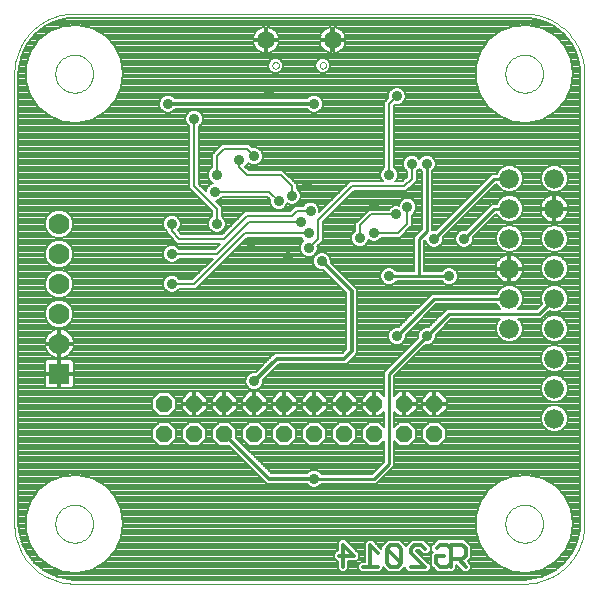
<source format=gbl>
G75*
G70*
%OFA0B0*%
%FSLAX24Y24*%
%IPPOS*%
%LPD*%
%AMOC8*
5,1,8,0,0,1.08239X$1,22.5*
%
%ADD10C,0.0000*%
%ADD11C,0.0594*%
%ADD12R,0.0700X0.0700*%
%ADD13C,0.0700*%
%ADD14C,0.0660*%
%ADD15OC8,0.0560*%
%ADD16C,0.0120*%
%ADD17C,0.0357*%
%ADD18C,0.0080*%
%ADD19C,0.0100*%
D10*
X000141Y002141D02*
X000141Y017141D01*
X001511Y017141D02*
X001513Y017191D01*
X001519Y017241D01*
X001529Y017290D01*
X001543Y017338D01*
X001560Y017385D01*
X001581Y017430D01*
X001606Y017474D01*
X001634Y017515D01*
X001666Y017554D01*
X001700Y017591D01*
X001737Y017625D01*
X001777Y017655D01*
X001819Y017682D01*
X001863Y017706D01*
X001909Y017727D01*
X001956Y017743D01*
X002004Y017756D01*
X002054Y017765D01*
X002103Y017770D01*
X002154Y017771D01*
X002204Y017768D01*
X002253Y017761D01*
X002302Y017750D01*
X002350Y017735D01*
X002396Y017717D01*
X002441Y017695D01*
X002484Y017669D01*
X002525Y017640D01*
X002564Y017608D01*
X002600Y017573D01*
X002632Y017535D01*
X002662Y017495D01*
X002689Y017452D01*
X002712Y017408D01*
X002731Y017362D01*
X002747Y017314D01*
X002759Y017265D01*
X002767Y017216D01*
X002771Y017166D01*
X002771Y017116D01*
X002767Y017066D01*
X002759Y017017D01*
X002747Y016968D01*
X002731Y016920D01*
X002712Y016874D01*
X002689Y016830D01*
X002662Y016787D01*
X002632Y016747D01*
X002600Y016709D01*
X002564Y016674D01*
X002525Y016642D01*
X002484Y016613D01*
X002441Y016587D01*
X002396Y016565D01*
X002350Y016547D01*
X002302Y016532D01*
X002253Y016521D01*
X002204Y016514D01*
X002154Y016511D01*
X002103Y016512D01*
X002054Y016517D01*
X002004Y016526D01*
X001956Y016539D01*
X001909Y016555D01*
X001863Y016576D01*
X001819Y016600D01*
X001777Y016627D01*
X001737Y016657D01*
X001700Y016691D01*
X001666Y016728D01*
X001634Y016767D01*
X001606Y016808D01*
X001581Y016852D01*
X001560Y016897D01*
X001543Y016944D01*
X001529Y016992D01*
X001519Y017041D01*
X001513Y017091D01*
X001511Y017141D01*
X000141Y017141D02*
X000143Y017236D01*
X000150Y017331D01*
X000161Y017426D01*
X000177Y017520D01*
X000197Y017613D01*
X000222Y017704D01*
X000251Y017795D01*
X000284Y017884D01*
X000322Y017972D01*
X000363Y018057D01*
X000409Y018141D01*
X000458Y018222D01*
X000512Y018301D01*
X000569Y018377D01*
X000630Y018451D01*
X000694Y018521D01*
X000761Y018588D01*
X000831Y018652D01*
X000905Y018713D01*
X000981Y018770D01*
X001060Y018824D01*
X001141Y018873D01*
X001225Y018919D01*
X001310Y018960D01*
X001398Y018998D01*
X001487Y019031D01*
X001578Y019060D01*
X001669Y019085D01*
X001762Y019105D01*
X001856Y019121D01*
X001951Y019132D01*
X002046Y019139D01*
X002141Y019141D01*
X017141Y019141D01*
X016511Y017141D02*
X016513Y017191D01*
X016519Y017241D01*
X016529Y017290D01*
X016543Y017338D01*
X016560Y017385D01*
X016581Y017430D01*
X016606Y017474D01*
X016634Y017515D01*
X016666Y017554D01*
X016700Y017591D01*
X016737Y017625D01*
X016777Y017655D01*
X016819Y017682D01*
X016863Y017706D01*
X016909Y017727D01*
X016956Y017743D01*
X017004Y017756D01*
X017054Y017765D01*
X017103Y017770D01*
X017154Y017771D01*
X017204Y017768D01*
X017253Y017761D01*
X017302Y017750D01*
X017350Y017735D01*
X017396Y017717D01*
X017441Y017695D01*
X017484Y017669D01*
X017525Y017640D01*
X017564Y017608D01*
X017600Y017573D01*
X017632Y017535D01*
X017662Y017495D01*
X017689Y017452D01*
X017712Y017408D01*
X017731Y017362D01*
X017747Y017314D01*
X017759Y017265D01*
X017767Y017216D01*
X017771Y017166D01*
X017771Y017116D01*
X017767Y017066D01*
X017759Y017017D01*
X017747Y016968D01*
X017731Y016920D01*
X017712Y016874D01*
X017689Y016830D01*
X017662Y016787D01*
X017632Y016747D01*
X017600Y016709D01*
X017564Y016674D01*
X017525Y016642D01*
X017484Y016613D01*
X017441Y016587D01*
X017396Y016565D01*
X017350Y016547D01*
X017302Y016532D01*
X017253Y016521D01*
X017204Y016514D01*
X017154Y016511D01*
X017103Y016512D01*
X017054Y016517D01*
X017004Y016526D01*
X016956Y016539D01*
X016909Y016555D01*
X016863Y016576D01*
X016819Y016600D01*
X016777Y016627D01*
X016737Y016657D01*
X016700Y016691D01*
X016666Y016728D01*
X016634Y016767D01*
X016606Y016808D01*
X016581Y016852D01*
X016560Y016897D01*
X016543Y016944D01*
X016529Y016992D01*
X016519Y017041D01*
X016513Y017091D01*
X016511Y017141D01*
X017141Y019141D02*
X017236Y019139D01*
X017331Y019132D01*
X017426Y019121D01*
X017520Y019105D01*
X017613Y019085D01*
X017704Y019060D01*
X017795Y019031D01*
X017884Y018998D01*
X017972Y018960D01*
X018057Y018919D01*
X018141Y018873D01*
X018222Y018824D01*
X018301Y018770D01*
X018377Y018713D01*
X018451Y018652D01*
X018521Y018588D01*
X018588Y018521D01*
X018652Y018451D01*
X018713Y018377D01*
X018770Y018301D01*
X018824Y018222D01*
X018873Y018141D01*
X018919Y018057D01*
X018960Y017972D01*
X018998Y017884D01*
X019031Y017795D01*
X019060Y017704D01*
X019085Y017613D01*
X019105Y017520D01*
X019121Y017426D01*
X019132Y017331D01*
X019139Y017236D01*
X019141Y017141D01*
X019141Y002141D01*
X016511Y002141D02*
X016513Y002191D01*
X016519Y002241D01*
X016529Y002290D01*
X016543Y002338D01*
X016560Y002385D01*
X016581Y002430D01*
X016606Y002474D01*
X016634Y002515D01*
X016666Y002554D01*
X016700Y002591D01*
X016737Y002625D01*
X016777Y002655D01*
X016819Y002682D01*
X016863Y002706D01*
X016909Y002727D01*
X016956Y002743D01*
X017004Y002756D01*
X017054Y002765D01*
X017103Y002770D01*
X017154Y002771D01*
X017204Y002768D01*
X017253Y002761D01*
X017302Y002750D01*
X017350Y002735D01*
X017396Y002717D01*
X017441Y002695D01*
X017484Y002669D01*
X017525Y002640D01*
X017564Y002608D01*
X017600Y002573D01*
X017632Y002535D01*
X017662Y002495D01*
X017689Y002452D01*
X017712Y002408D01*
X017731Y002362D01*
X017747Y002314D01*
X017759Y002265D01*
X017767Y002216D01*
X017771Y002166D01*
X017771Y002116D01*
X017767Y002066D01*
X017759Y002017D01*
X017747Y001968D01*
X017731Y001920D01*
X017712Y001874D01*
X017689Y001830D01*
X017662Y001787D01*
X017632Y001747D01*
X017600Y001709D01*
X017564Y001674D01*
X017525Y001642D01*
X017484Y001613D01*
X017441Y001587D01*
X017396Y001565D01*
X017350Y001547D01*
X017302Y001532D01*
X017253Y001521D01*
X017204Y001514D01*
X017154Y001511D01*
X017103Y001512D01*
X017054Y001517D01*
X017004Y001526D01*
X016956Y001539D01*
X016909Y001555D01*
X016863Y001576D01*
X016819Y001600D01*
X016777Y001627D01*
X016737Y001657D01*
X016700Y001691D01*
X016666Y001728D01*
X016634Y001767D01*
X016606Y001808D01*
X016581Y001852D01*
X016560Y001897D01*
X016543Y001944D01*
X016529Y001992D01*
X016519Y002041D01*
X016513Y002091D01*
X016511Y002141D01*
X017141Y000141D02*
X017236Y000143D01*
X017331Y000150D01*
X017426Y000161D01*
X017520Y000177D01*
X017613Y000197D01*
X017704Y000222D01*
X017795Y000251D01*
X017884Y000284D01*
X017972Y000322D01*
X018057Y000363D01*
X018141Y000409D01*
X018222Y000458D01*
X018301Y000512D01*
X018377Y000569D01*
X018451Y000630D01*
X018521Y000694D01*
X018588Y000761D01*
X018652Y000831D01*
X018713Y000905D01*
X018770Y000981D01*
X018824Y001060D01*
X018873Y001141D01*
X018919Y001225D01*
X018960Y001310D01*
X018998Y001398D01*
X019031Y001487D01*
X019060Y001578D01*
X019085Y001669D01*
X019105Y001762D01*
X019121Y001856D01*
X019132Y001951D01*
X019139Y002046D01*
X019141Y002141D01*
X017141Y000141D02*
X002141Y000141D01*
X001511Y002141D02*
X001513Y002191D01*
X001519Y002241D01*
X001529Y002290D01*
X001543Y002338D01*
X001560Y002385D01*
X001581Y002430D01*
X001606Y002474D01*
X001634Y002515D01*
X001666Y002554D01*
X001700Y002591D01*
X001737Y002625D01*
X001777Y002655D01*
X001819Y002682D01*
X001863Y002706D01*
X001909Y002727D01*
X001956Y002743D01*
X002004Y002756D01*
X002054Y002765D01*
X002103Y002770D01*
X002154Y002771D01*
X002204Y002768D01*
X002253Y002761D01*
X002302Y002750D01*
X002350Y002735D01*
X002396Y002717D01*
X002441Y002695D01*
X002484Y002669D01*
X002525Y002640D01*
X002564Y002608D01*
X002600Y002573D01*
X002632Y002535D01*
X002662Y002495D01*
X002689Y002452D01*
X002712Y002408D01*
X002731Y002362D01*
X002747Y002314D01*
X002759Y002265D01*
X002767Y002216D01*
X002771Y002166D01*
X002771Y002116D01*
X002767Y002066D01*
X002759Y002017D01*
X002747Y001968D01*
X002731Y001920D01*
X002712Y001874D01*
X002689Y001830D01*
X002662Y001787D01*
X002632Y001747D01*
X002600Y001709D01*
X002564Y001674D01*
X002525Y001642D01*
X002484Y001613D01*
X002441Y001587D01*
X002396Y001565D01*
X002350Y001547D01*
X002302Y001532D01*
X002253Y001521D01*
X002204Y001514D01*
X002154Y001511D01*
X002103Y001512D01*
X002054Y001517D01*
X002004Y001526D01*
X001956Y001539D01*
X001909Y001555D01*
X001863Y001576D01*
X001819Y001600D01*
X001777Y001627D01*
X001737Y001657D01*
X001700Y001691D01*
X001666Y001728D01*
X001634Y001767D01*
X001606Y001808D01*
X001581Y001852D01*
X001560Y001897D01*
X001543Y001944D01*
X001529Y001992D01*
X001519Y002041D01*
X001513Y002091D01*
X001511Y002141D01*
X000141Y002141D02*
X000143Y002046D01*
X000150Y001951D01*
X000161Y001856D01*
X000177Y001762D01*
X000197Y001669D01*
X000222Y001578D01*
X000251Y001487D01*
X000284Y001398D01*
X000322Y001310D01*
X000363Y001225D01*
X000409Y001141D01*
X000458Y001060D01*
X000512Y000981D01*
X000569Y000905D01*
X000630Y000831D01*
X000694Y000761D01*
X000761Y000694D01*
X000831Y000630D01*
X000905Y000569D01*
X000981Y000512D01*
X001060Y000458D01*
X001141Y000409D01*
X001225Y000363D01*
X001310Y000322D01*
X001398Y000284D01*
X001487Y000251D01*
X001578Y000222D01*
X001669Y000197D01*
X001762Y000177D01*
X001856Y000161D01*
X001951Y000150D01*
X002046Y000143D01*
X002141Y000141D01*
X008746Y017420D02*
X008748Y017440D01*
X008754Y017460D01*
X008763Y017478D01*
X008776Y017495D01*
X008791Y017508D01*
X008809Y017518D01*
X008829Y017525D01*
X008849Y017528D01*
X008869Y017527D01*
X008889Y017522D01*
X008908Y017514D01*
X008925Y017502D01*
X008939Y017487D01*
X008950Y017469D01*
X008958Y017450D01*
X008962Y017430D01*
X008962Y017410D01*
X008958Y017390D01*
X008950Y017371D01*
X008939Y017353D01*
X008925Y017338D01*
X008908Y017326D01*
X008889Y017318D01*
X008869Y017313D01*
X008849Y017312D01*
X008829Y017315D01*
X008809Y017322D01*
X008791Y017332D01*
X008776Y017345D01*
X008763Y017362D01*
X008754Y017380D01*
X008748Y017400D01*
X008746Y017420D01*
X010321Y017420D02*
X010323Y017440D01*
X010329Y017460D01*
X010338Y017478D01*
X010351Y017495D01*
X010366Y017508D01*
X010384Y017518D01*
X010404Y017525D01*
X010424Y017528D01*
X010444Y017527D01*
X010464Y017522D01*
X010483Y017514D01*
X010500Y017502D01*
X010514Y017487D01*
X010525Y017469D01*
X010533Y017450D01*
X010537Y017430D01*
X010537Y017410D01*
X010533Y017390D01*
X010525Y017371D01*
X010514Y017353D01*
X010500Y017338D01*
X010483Y017326D01*
X010464Y017318D01*
X010444Y017313D01*
X010424Y017312D01*
X010404Y017315D01*
X010384Y017322D01*
X010366Y017332D01*
X010351Y017345D01*
X010338Y017362D01*
X010329Y017380D01*
X010323Y017400D01*
X010321Y017420D01*
D11*
X010753Y018266D03*
X008529Y018266D03*
D12*
X001641Y007141D03*
D13*
X001641Y008141D03*
X001641Y009141D03*
X001641Y010141D03*
X001641Y011141D03*
X001641Y012141D03*
D14*
X016641Y011641D03*
X016641Y010641D03*
X016641Y009641D03*
X016641Y008641D03*
X018141Y008641D03*
X018141Y007641D03*
X018141Y006641D03*
X018141Y005641D03*
X018141Y009641D03*
X018141Y010641D03*
X018141Y011641D03*
X018141Y012641D03*
X018141Y013641D03*
X016641Y013641D03*
X016641Y012641D03*
D15*
X014141Y006141D03*
X014141Y005141D03*
X013141Y005141D03*
X013141Y006141D03*
X012141Y006141D03*
X012141Y005141D03*
X011141Y005141D03*
X010141Y005141D03*
X009141Y005141D03*
X008141Y005141D03*
X007141Y005141D03*
X007141Y006141D03*
X008141Y006141D03*
X009141Y006141D03*
X010141Y006141D03*
X011141Y006141D03*
X006141Y006141D03*
X006141Y005141D03*
X005141Y005141D03*
X005141Y006141D03*
D16*
X007141Y005141D02*
X008641Y003641D01*
X010141Y003641D01*
X011101Y001446D02*
X011101Y000701D01*
X010969Y001071D02*
X011459Y001071D01*
X011101Y001446D01*
X011769Y000701D02*
X012254Y000701D01*
X012009Y000709D02*
X012009Y001414D01*
X012009Y001421D02*
X012251Y001179D01*
X012561Y001301D02*
X012561Y000821D01*
X012681Y000701D01*
X012921Y000701D01*
X013041Y000821D01*
X012571Y001301D01*
X012561Y001301D02*
X012681Y001421D01*
X012921Y001421D01*
X013041Y001301D01*
X013041Y000821D01*
X013351Y000701D02*
X013841Y000701D01*
X013351Y001181D01*
X013351Y001301D01*
X013351Y001311D02*
X013471Y001431D01*
X013711Y001431D01*
X013841Y001301D01*
X014221Y001321D02*
X014341Y001441D01*
X014581Y001441D01*
X014701Y001321D01*
X014701Y001441D01*
X015071Y001441D01*
X015191Y001321D01*
X015191Y001071D01*
X015071Y000951D01*
X014951Y000951D01*
X015191Y000701D01*
X014951Y000951D02*
X014701Y000951D01*
X014701Y001321D01*
X014461Y001071D02*
X014211Y001071D01*
X014211Y000831D01*
X014331Y000701D01*
X014581Y000701D01*
X014701Y000821D01*
X014701Y000701D01*
X014701Y000821D02*
X014701Y000951D01*
X008141Y006891D02*
X008891Y007641D01*
X011141Y007641D01*
X011391Y007891D01*
X011391Y009891D01*
X010391Y010891D01*
X010141Y016141D02*
X010153Y016141D01*
X010141Y016141D02*
X005266Y016141D01*
D17*
X005266Y016141D03*
X006141Y015641D03*
X007641Y014266D03*
X008141Y014391D03*
X009391Y013079D03*
X008954Y012891D03*
X009704Y012204D03*
X009954Y011829D03*
X009954Y011329D03*
X010391Y010891D03*
X009266Y011016D03*
X008016Y011516D03*
X006891Y012141D03*
X006829Y013204D03*
X006891Y013766D03*
X005391Y012141D03*
X005391Y011141D03*
X005391Y010141D03*
X008141Y006891D03*
X010141Y003641D03*
X012891Y008391D03*
X013891Y008391D03*
X014641Y010391D03*
X014141Y011641D03*
X015141Y011641D03*
X013249Y012697D03*
X012881Y012452D03*
X012141Y012766D03*
X012146Y011840D03*
X011656Y011656D03*
X012641Y010391D03*
X010016Y012579D03*
X009891Y013391D03*
X010141Y016141D03*
X008641Y016579D03*
X012641Y013766D03*
X013391Y014141D03*
X013891Y014141D03*
X012891Y016391D03*
D18*
X000566Y001151D02*
X000826Y000826D01*
X001151Y000566D01*
X001527Y000385D01*
X001933Y000293D01*
X002141Y000281D01*
X017083Y000281D01*
X017111Y000281D01*
X017141Y000281D01*
X017349Y000293D01*
X017755Y000385D01*
X018131Y000566D01*
X018456Y000826D01*
X018716Y001151D01*
X018897Y001527D01*
X018989Y001933D01*
X019001Y002141D01*
X019001Y017083D01*
X019001Y017097D01*
X019001Y017141D01*
X018989Y017349D01*
X018897Y017755D01*
X018716Y018131D01*
X018456Y018456D01*
X018131Y018716D01*
X017755Y018897D01*
X017349Y018989D01*
X017141Y019001D01*
X002199Y019001D01*
X002190Y019001D01*
X002141Y019001D01*
X001933Y018989D01*
X001527Y018897D01*
X001151Y018716D01*
X000826Y018456D01*
X000566Y018131D01*
X000385Y017755D01*
X000293Y017349D01*
X000281Y017141D01*
X000281Y002141D01*
X000293Y001933D01*
X000385Y001527D01*
X000566Y001151D01*
X000561Y001162D02*
X000846Y001162D01*
X000899Y001084D02*
X000620Y001084D01*
X000683Y001005D02*
X000965Y001005D01*
X000939Y001026D02*
X001321Y000721D01*
X001321Y000721D01*
X001776Y000542D01*
X001776Y000542D01*
X002264Y000506D01*
X002740Y000614D01*
X003164Y000859D01*
X003496Y001217D01*
X003496Y001217D01*
X003708Y001658D01*
X003781Y002141D01*
X003708Y002624D01*
X003708Y002624D01*
X003496Y003065D01*
X003164Y003423D01*
X002740Y003668D01*
X002264Y003776D01*
X002264Y003776D01*
X001776Y003740D01*
X001321Y003561D01*
X000939Y003257D01*
X000939Y003257D01*
X000939Y003257D01*
X000664Y002853D01*
X000664Y002853D01*
X000519Y002386D01*
X000519Y002385D01*
X000519Y001897D01*
X000519Y001897D01*
X000664Y001430D01*
X000939Y001026D01*
X000939Y001026D01*
X000939Y001026D01*
X001063Y000927D02*
X000746Y000927D01*
X000808Y000848D02*
X001162Y000848D01*
X001260Y000769D02*
X000897Y000769D01*
X000995Y000691D02*
X001397Y000691D01*
X001597Y000612D02*
X001094Y000612D01*
X001219Y000534D02*
X001888Y000534D01*
X001909Y000298D02*
X017373Y000298D01*
X017264Y000506D02*
X017740Y000614D01*
X018164Y000859D01*
X018496Y001217D01*
X018496Y001217D01*
X018708Y001658D01*
X018781Y002141D01*
X018708Y002624D01*
X018708Y002624D01*
X018496Y003065D01*
X018164Y003423D01*
X017740Y003668D01*
X017264Y003776D01*
X017264Y003776D01*
X016776Y003740D01*
X016321Y003561D01*
X015939Y003257D01*
X015939Y003257D01*
X015664Y002853D01*
X015519Y002385D01*
X015519Y001897D01*
X015664Y001430D01*
X015939Y001026D01*
X015939Y001026D01*
X016321Y000721D01*
X016321Y000721D01*
X016776Y000542D01*
X016776Y000542D01*
X017264Y000506D01*
X017264Y000506D01*
X017387Y000534D02*
X018064Y000534D01*
X018189Y000612D02*
X017731Y000612D01*
X017740Y000614D02*
X017740Y000614D01*
X017873Y000691D02*
X018287Y000691D01*
X018386Y000769D02*
X018009Y000769D01*
X018145Y000848D02*
X018474Y000848D01*
X018537Y000927D02*
X018226Y000927D01*
X018164Y000859D02*
X018164Y000859D01*
X018299Y001005D02*
X018599Y001005D01*
X018662Y001084D02*
X018372Y001084D01*
X018445Y001162D02*
X018721Y001162D01*
X018759Y001241D02*
X018507Y001241D01*
X018545Y001319D02*
X018797Y001319D01*
X018835Y001398D02*
X018583Y001398D01*
X018621Y001476D02*
X018872Y001476D01*
X018903Y001555D02*
X018659Y001555D01*
X018696Y001633D02*
X018921Y001633D01*
X018939Y001712D02*
X018716Y001712D01*
X018708Y001658D02*
X018708Y001658D01*
X018728Y001791D02*
X018957Y001791D01*
X018975Y001869D02*
X018740Y001869D01*
X018752Y001948D02*
X018990Y001948D01*
X018995Y002026D02*
X018764Y002026D01*
X018776Y002105D02*
X018999Y002105D01*
X019001Y002183D02*
X018775Y002183D01*
X018763Y002262D02*
X019001Y002262D01*
X019001Y002340D02*
X018751Y002340D01*
X018739Y002419D02*
X019001Y002419D01*
X019001Y002497D02*
X018727Y002497D01*
X018716Y002576D02*
X019001Y002576D01*
X019001Y002654D02*
X018694Y002654D01*
X018656Y002733D02*
X019001Y002733D01*
X019001Y002812D02*
X018618Y002812D01*
X018580Y002890D02*
X019001Y002890D01*
X019001Y002969D02*
X018542Y002969D01*
X018505Y003047D02*
X019001Y003047D01*
X019001Y003126D02*
X018440Y003126D01*
X018496Y003065D02*
X018496Y003065D01*
X018367Y003204D02*
X019001Y003204D01*
X019001Y003283D02*
X018294Y003283D01*
X018221Y003361D02*
X019001Y003361D01*
X019001Y003440D02*
X018135Y003440D01*
X018164Y003423D02*
X018164Y003423D01*
X017999Y003518D02*
X019001Y003518D01*
X019001Y003597D02*
X017863Y003597D01*
X017740Y003668D02*
X017740Y003668D01*
X017706Y003676D02*
X019001Y003676D01*
X019001Y003754D02*
X017362Y003754D01*
X016965Y003754D02*
X012494Y003754D01*
X012416Y003676D02*
X016612Y003676D01*
X016776Y003740D02*
X016776Y003740D01*
X016412Y003597D02*
X012337Y003597D01*
X012311Y003571D02*
X012811Y004071D01*
X012811Y004211D01*
X012811Y004906D01*
X012975Y004741D01*
X013307Y004741D01*
X013541Y004975D01*
X013541Y005307D01*
X013307Y005541D01*
X012975Y005541D01*
X012811Y005377D01*
X012811Y005877D01*
X012967Y005721D01*
X013101Y005721D01*
X013101Y006101D01*
X013181Y006101D01*
X013181Y005721D01*
X013315Y005721D01*
X013561Y005967D01*
X013561Y006101D01*
X013181Y006101D01*
X013181Y006181D01*
X013101Y006181D01*
X013101Y006561D01*
X012967Y006561D01*
X012811Y006405D01*
X012811Y007071D01*
X013833Y008093D01*
X013950Y008093D01*
X014060Y008138D01*
X014144Y008222D01*
X014189Y008332D01*
X014189Y008449D01*
X014711Y008971D01*
X016335Y008971D01*
X016260Y008896D01*
X016191Y008731D01*
X016191Y008552D01*
X016260Y008386D01*
X016386Y008260D01*
X016552Y008191D01*
X016731Y008191D01*
X016896Y008260D01*
X017023Y008386D01*
X017091Y008552D01*
X017091Y008731D01*
X017023Y008896D01*
X016947Y008971D01*
X017571Y008971D01*
X017711Y008971D01*
X017967Y009226D01*
X018052Y009191D01*
X018231Y009191D01*
X018396Y009260D01*
X018523Y009386D01*
X018591Y009552D01*
X018591Y009731D01*
X018523Y009896D01*
X018396Y010023D01*
X018231Y010091D01*
X018052Y010091D01*
X017886Y010023D01*
X017760Y009896D01*
X017691Y009731D01*
X017691Y009552D01*
X017726Y009467D01*
X017571Y009311D01*
X016947Y009311D01*
X017023Y009386D01*
X017091Y009552D01*
X017091Y009731D01*
X017023Y009896D01*
X016896Y010023D01*
X016731Y010091D01*
X016552Y010091D01*
X016386Y010023D01*
X016260Y009896D01*
X016224Y009811D01*
X014211Y009811D01*
X014071Y009811D01*
X012949Y008689D01*
X012832Y008689D01*
X012722Y008644D01*
X012638Y008560D01*
X012593Y008450D01*
X012593Y008332D01*
X012638Y008222D01*
X012722Y008138D01*
X012832Y008093D01*
X012950Y008093D01*
X013060Y008138D01*
X013144Y008222D01*
X013189Y008332D01*
X013189Y008449D01*
X014211Y009471D01*
X016224Y009471D01*
X016260Y009386D01*
X016335Y009311D01*
X014711Y009311D01*
X014571Y009311D01*
X013949Y008689D01*
X013832Y008689D01*
X013722Y008644D01*
X013638Y008560D01*
X013593Y008450D01*
X013593Y008333D01*
X012571Y007311D01*
X012471Y007211D01*
X012471Y006405D01*
X012315Y006561D01*
X012181Y006561D01*
X012181Y006181D01*
X012101Y006181D01*
X012101Y006101D01*
X012181Y006101D01*
X012181Y005721D01*
X012315Y005721D01*
X012471Y005877D01*
X012471Y005377D01*
X012307Y005541D01*
X011975Y005541D01*
X011741Y005307D01*
X011741Y004975D01*
X011975Y004741D01*
X012307Y004741D01*
X012471Y004906D01*
X012471Y004211D01*
X012071Y003811D01*
X010393Y003811D01*
X010310Y003894D01*
X010200Y003939D01*
X010082Y003939D01*
X009972Y003894D01*
X009899Y003821D01*
X008716Y003821D01*
X007541Y004996D01*
X007541Y005307D01*
X007307Y005541D01*
X006975Y005541D01*
X006741Y005307D01*
X006741Y004975D01*
X006975Y004741D01*
X007287Y004741D01*
X008567Y003461D01*
X008716Y003461D01*
X009899Y003461D01*
X009972Y003388D01*
X010082Y003343D01*
X010200Y003343D01*
X010310Y003388D01*
X010393Y003471D01*
X012211Y003471D01*
X012311Y003571D01*
X012259Y003518D02*
X016267Y003518D01*
X016321Y003561D02*
X016321Y003561D01*
X016169Y003440D02*
X010362Y003440D01*
X010246Y003361D02*
X016070Y003361D01*
X015972Y003283D02*
X003294Y003283D01*
X003221Y003361D02*
X010037Y003361D01*
X009920Y003440D02*
X003135Y003440D01*
X003164Y003423D02*
X003164Y003423D01*
X002999Y003518D02*
X008509Y003518D01*
X008431Y003597D02*
X002863Y003597D01*
X002740Y003668D02*
X002740Y003668D01*
X002706Y003676D02*
X008352Y003676D01*
X008274Y003754D02*
X002362Y003754D01*
X001965Y003754D02*
X000281Y003754D01*
X000281Y003676D02*
X001612Y003676D01*
X001776Y003740D02*
X001776Y003740D01*
X001412Y003597D02*
X000281Y003597D01*
X000281Y003518D02*
X001267Y003518D01*
X001321Y003561D02*
X001321Y003561D01*
X001169Y003440D02*
X000281Y003440D01*
X000281Y003361D02*
X001070Y003361D01*
X000972Y003283D02*
X000281Y003283D01*
X000281Y003204D02*
X000903Y003204D01*
X000850Y003126D02*
X000281Y003126D01*
X000281Y003047D02*
X000796Y003047D01*
X000743Y002969D02*
X000281Y002969D01*
X000281Y002890D02*
X000689Y002890D01*
X000651Y002812D02*
X000281Y002812D01*
X000281Y002733D02*
X000627Y002733D01*
X000602Y002654D02*
X000281Y002654D01*
X000281Y002576D02*
X000578Y002576D01*
X000554Y002497D02*
X000281Y002497D01*
X000281Y002419D02*
X000530Y002419D01*
X000519Y002340D02*
X000281Y002340D01*
X000281Y002262D02*
X000519Y002262D01*
X000519Y002183D02*
X000281Y002183D01*
X000283Y002105D02*
X000519Y002105D01*
X000519Y002026D02*
X000288Y002026D01*
X000292Y001948D02*
X000519Y001948D01*
X000528Y001869D02*
X000307Y001869D01*
X000325Y001791D02*
X000552Y001791D01*
X000576Y001712D02*
X000343Y001712D01*
X000361Y001633D02*
X000601Y001633D01*
X000625Y001555D02*
X000379Y001555D01*
X000410Y001476D02*
X000649Y001476D01*
X000664Y001430D02*
X000664Y001430D01*
X000685Y001398D02*
X000448Y001398D01*
X000485Y001319D02*
X000739Y001319D01*
X000792Y001241D02*
X000523Y001241D01*
X001382Y000455D02*
X017900Y000455D01*
X017717Y000377D02*
X001565Y000377D01*
X002264Y000506D02*
X002264Y000506D01*
X002387Y000534D02*
X011014Y000534D01*
X011027Y000521D02*
X011176Y000521D01*
X011281Y000627D01*
X011281Y000891D01*
X011456Y000891D01*
X011529Y000889D01*
X011531Y000891D01*
X011533Y000891D01*
X011584Y000942D01*
X011637Y000992D01*
X011637Y000995D01*
X011639Y000997D01*
X011639Y001068D01*
X011640Y001141D01*
X011639Y001143D01*
X011639Y001146D01*
X011588Y001196D01*
X011281Y001518D01*
X011281Y001521D01*
X011231Y001571D01*
X011180Y001624D01*
X011177Y001624D01*
X011176Y001626D01*
X011104Y001626D01*
X011031Y001628D01*
X011029Y001626D01*
X011027Y001626D01*
X010976Y001576D01*
X010923Y001525D01*
X010923Y001522D01*
X010921Y001521D01*
X010921Y001449D01*
X010919Y001376D01*
X010921Y001374D01*
X010921Y001251D01*
X010894Y001251D01*
X010789Y001146D01*
X010789Y000997D01*
X010894Y000891D01*
X010921Y000891D01*
X010921Y000627D01*
X011027Y000521D01*
X010935Y000612D02*
X002731Y000612D01*
X002740Y000614D02*
X002740Y000614D01*
X002873Y000691D02*
X010921Y000691D01*
X010921Y000769D02*
X003009Y000769D01*
X003145Y000848D02*
X010921Y000848D01*
X010859Y000927D02*
X003226Y000927D01*
X003164Y000859D02*
X003164Y000859D01*
X003164Y000859D01*
X003299Y001005D02*
X010789Y001005D01*
X010789Y001084D02*
X003372Y001084D01*
X003445Y001162D02*
X010805Y001162D01*
X010884Y001241D02*
X003507Y001241D01*
X003545Y001319D02*
X010921Y001319D01*
X010920Y001398D02*
X003583Y001398D01*
X003621Y001476D02*
X010921Y001476D01*
X010954Y001555D02*
X003659Y001555D01*
X003696Y001633D02*
X015601Y001633D01*
X015625Y001555D02*
X015212Y001555D01*
X015266Y001501D02*
X015146Y001621D01*
X014997Y001621D01*
X014627Y001621D01*
X014416Y001621D01*
X014267Y001621D01*
X014041Y001396D01*
X014041Y001247D01*
X014087Y001201D01*
X014031Y001146D01*
X014031Y000835D01*
X014028Y000764D01*
X014031Y000761D01*
X014031Y000757D01*
X014081Y000707D01*
X014151Y000631D01*
X014151Y000627D01*
X014201Y000577D01*
X014249Y000524D01*
X014254Y000524D01*
X014257Y000521D01*
X014327Y000521D01*
X014398Y000518D01*
X014401Y000521D01*
X014507Y000521D01*
X014627Y000521D01*
X014776Y000521D01*
X014881Y000627D01*
X014881Y000764D01*
X015113Y000523D01*
X015262Y000520D01*
X015369Y000623D01*
X015373Y000772D01*
X015262Y000887D01*
X015371Y000997D01*
X015371Y001146D01*
X015371Y001396D01*
X015266Y001501D01*
X015290Y001476D02*
X015649Y001476D01*
X015664Y001430D02*
X015664Y001430D01*
X015685Y001398D02*
X015369Y001398D01*
X015371Y001319D02*
X015739Y001319D01*
X015792Y001241D02*
X015371Y001241D01*
X015371Y001162D02*
X015846Y001162D01*
X015899Y001084D02*
X015371Y001084D01*
X015371Y001005D02*
X015965Y001005D01*
X015939Y001026D02*
X015939Y001026D01*
X016063Y000927D02*
X015301Y000927D01*
X015300Y000848D02*
X016162Y000848D01*
X016260Y000769D02*
X015372Y000769D01*
X015371Y000691D02*
X016397Y000691D01*
X016597Y000612D02*
X015359Y000612D01*
X015277Y000534D02*
X016888Y000534D01*
X015576Y001712D02*
X003716Y001712D01*
X003708Y001658D02*
X003708Y001658D01*
X003728Y001791D02*
X015552Y001791D01*
X015528Y001869D02*
X003740Y001869D01*
X003752Y001948D02*
X015519Y001948D01*
X015519Y002026D02*
X003764Y002026D01*
X003776Y002105D02*
X015519Y002105D01*
X015519Y002183D02*
X003775Y002183D01*
X003763Y002262D02*
X015519Y002262D01*
X015519Y002340D02*
X003751Y002340D01*
X003739Y002419D02*
X015530Y002419D01*
X015554Y002497D02*
X003727Y002497D01*
X003716Y002576D02*
X015578Y002576D01*
X015602Y002654D02*
X003694Y002654D01*
X003656Y002733D02*
X015627Y002733D01*
X015651Y002812D02*
X003618Y002812D01*
X003580Y002890D02*
X015689Y002890D01*
X015743Y002969D02*
X003542Y002969D01*
X003505Y003047D02*
X015796Y003047D01*
X015850Y003126D02*
X003440Y003126D01*
X003496Y003065D02*
X003496Y003065D01*
X003367Y003204D02*
X015903Y003204D01*
X014341Y004775D02*
X019001Y004775D01*
X019001Y004697D02*
X012811Y004697D01*
X012811Y004775D02*
X012941Y004775D01*
X012863Y004854D02*
X012811Y004854D01*
X012811Y004618D02*
X019001Y004618D01*
X019001Y004540D02*
X012811Y004540D01*
X012811Y004461D02*
X019001Y004461D01*
X019001Y004382D02*
X012811Y004382D01*
X012811Y004304D02*
X019001Y004304D01*
X019001Y004225D02*
X012811Y004225D01*
X012811Y004147D02*
X019001Y004147D01*
X019001Y004068D02*
X012809Y004068D01*
X012730Y003990D02*
X019001Y003990D01*
X019001Y003911D02*
X012652Y003911D01*
X012573Y003833D02*
X019001Y003833D01*
X019001Y004854D02*
X014419Y004854D01*
X014498Y004932D02*
X019001Y004932D01*
X019001Y005011D02*
X014541Y005011D01*
X014541Y004975D02*
X014307Y004741D01*
X013975Y004741D01*
X013741Y004975D01*
X013741Y005307D01*
X013975Y005541D01*
X014307Y005541D01*
X014541Y005307D01*
X014541Y004975D01*
X014541Y005089D02*
X019001Y005089D01*
X019001Y005168D02*
X014541Y005168D01*
X014541Y005246D02*
X017918Y005246D01*
X017886Y005260D02*
X018052Y005191D01*
X018231Y005191D01*
X018396Y005260D01*
X018523Y005386D01*
X018591Y005552D01*
X018591Y005731D01*
X018523Y005896D01*
X018396Y006023D01*
X018231Y006091D01*
X018052Y006091D01*
X017886Y006023D01*
X017760Y005896D01*
X017691Y005731D01*
X017691Y005552D01*
X017760Y005386D01*
X017886Y005260D01*
X017821Y005325D02*
X014523Y005325D01*
X014444Y005404D02*
X017752Y005404D01*
X017720Y005482D02*
X014366Y005482D01*
X014315Y005721D02*
X014181Y005721D01*
X014181Y006101D01*
X014101Y006101D01*
X014101Y005721D01*
X013967Y005721D01*
X013721Y005967D01*
X013721Y006101D01*
X014101Y006101D01*
X014101Y006181D01*
X013721Y006181D01*
X013721Y006315D01*
X013967Y006561D01*
X014101Y006561D01*
X014101Y006181D01*
X014181Y006181D01*
X014561Y006181D01*
X014561Y006315D01*
X014315Y006561D01*
X014181Y006561D01*
X014181Y006181D01*
X014181Y006101D01*
X014561Y006101D01*
X014561Y005967D01*
X014315Y005721D01*
X014390Y005796D02*
X017718Y005796D01*
X017691Y005718D02*
X012811Y005718D01*
X012811Y005796D02*
X012892Y005796D01*
X012813Y005875D02*
X012811Y005875D01*
X013101Y005875D02*
X013181Y005875D01*
X013181Y005953D02*
X013101Y005953D01*
X013101Y006032D02*
X013181Y006032D01*
X013181Y006110D02*
X014101Y006110D01*
X014101Y006032D02*
X014181Y006032D01*
X014181Y006110D02*
X019001Y006110D01*
X019001Y006032D02*
X018374Y006032D01*
X018465Y005953D02*
X019001Y005953D01*
X019001Y005875D02*
X018531Y005875D01*
X018564Y005796D02*
X019001Y005796D01*
X019001Y005718D02*
X018591Y005718D01*
X018591Y005639D02*
X019001Y005639D01*
X019001Y005561D02*
X018591Y005561D01*
X018562Y005482D02*
X019001Y005482D01*
X019001Y005404D02*
X018530Y005404D01*
X018461Y005325D02*
X019001Y005325D01*
X019001Y005246D02*
X018364Y005246D01*
X017691Y005561D02*
X012811Y005561D01*
X012811Y005639D02*
X017691Y005639D01*
X017751Y005875D02*
X014469Y005875D01*
X014547Y005953D02*
X017817Y005953D01*
X017909Y006032D02*
X014561Y006032D01*
X014561Y006189D02*
X019001Y006189D01*
X019001Y006267D02*
X018404Y006267D01*
X018396Y006260D02*
X018523Y006386D01*
X018591Y006552D01*
X018591Y006731D01*
X018523Y006896D01*
X019001Y006896D01*
X019001Y006974D02*
X018444Y006974D01*
X018396Y007023D02*
X018231Y007091D01*
X018052Y007091D01*
X017886Y007023D01*
X017760Y006896D01*
X017691Y006731D01*
X017691Y006552D01*
X017760Y006386D01*
X017886Y006260D01*
X018052Y006191D01*
X018231Y006191D01*
X018396Y006260D01*
X018482Y006346D02*
X019001Y006346D01*
X019001Y006425D02*
X018538Y006425D01*
X018571Y006503D02*
X019001Y006503D01*
X019001Y006582D02*
X018591Y006582D01*
X018591Y006660D02*
X019001Y006660D01*
X019001Y006739D02*
X018588Y006739D01*
X018555Y006817D02*
X019001Y006817D01*
X019001Y007053D02*
X018323Y007053D01*
X018396Y007023D02*
X018523Y006896D01*
X018396Y007260D02*
X018523Y007386D01*
X018591Y007552D01*
X018591Y007731D01*
X018523Y007896D01*
X018396Y008023D01*
X018231Y008091D01*
X018052Y008091D01*
X017886Y008023D01*
X017760Y007896D01*
X017691Y007731D01*
X017691Y007552D01*
X017760Y007386D01*
X017886Y007260D01*
X018052Y007191D01*
X018231Y007191D01*
X018396Y007260D01*
X018425Y007289D02*
X019001Y007289D01*
X019001Y007367D02*
X018503Y007367D01*
X018547Y007446D02*
X019001Y007446D01*
X019001Y007524D02*
X018580Y007524D01*
X018591Y007603D02*
X019001Y007603D01*
X019001Y007681D02*
X018591Y007681D01*
X018579Y007760D02*
X019001Y007760D01*
X019001Y007838D02*
X018546Y007838D01*
X018502Y007917D02*
X019001Y007917D01*
X019001Y007995D02*
X018423Y007995D01*
X018272Y008074D02*
X019001Y008074D01*
X019001Y008153D02*
X014075Y008153D01*
X014148Y008231D02*
X016455Y008231D01*
X016336Y008310D02*
X014180Y008310D01*
X014189Y008388D02*
X016259Y008388D01*
X016226Y008467D02*
X014207Y008467D01*
X014286Y008545D02*
X016194Y008545D01*
X016191Y008624D02*
X014364Y008624D01*
X014443Y008702D02*
X016191Y008702D01*
X016212Y008781D02*
X014521Y008781D01*
X014600Y008859D02*
X016244Y008859D01*
X016302Y008938D02*
X014678Y008938D01*
X014433Y009174D02*
X013914Y009174D01*
X013993Y009252D02*
X014512Y009252D01*
X014355Y009095D02*
X013835Y009095D01*
X013757Y009016D02*
X014276Y009016D01*
X014198Y008938D02*
X013678Y008938D01*
X013600Y008859D02*
X014119Y008859D01*
X014040Y008781D02*
X013521Y008781D01*
X013443Y008702D02*
X013962Y008702D01*
X013702Y008624D02*
X013364Y008624D01*
X013286Y008545D02*
X013632Y008545D01*
X013599Y008467D02*
X013207Y008467D01*
X013189Y008388D02*
X013593Y008388D01*
X013569Y008310D02*
X013180Y008310D01*
X013148Y008231D02*
X013491Y008231D01*
X013412Y008153D02*
X013075Y008153D01*
X013255Y007995D02*
X011571Y007995D01*
X011571Y007917D02*
X013176Y007917D01*
X013098Y007838D02*
X011571Y007838D01*
X011571Y007817D02*
X011571Y009817D01*
X011571Y009966D01*
X010689Y010847D01*
X010689Y010950D01*
X010644Y011060D01*
X010560Y011144D01*
X010450Y011189D01*
X010332Y011189D01*
X010222Y011144D01*
X010138Y011060D01*
X010093Y010950D01*
X010093Y010832D01*
X010138Y010722D01*
X010222Y010638D01*
X010332Y010593D01*
X010435Y010593D01*
X011211Y009817D01*
X011211Y007966D01*
X011067Y007821D01*
X008817Y007821D01*
X008711Y007716D01*
X008185Y007189D01*
X008082Y007189D01*
X007972Y007144D01*
X007888Y007060D01*
X007843Y006950D01*
X007843Y006832D01*
X007888Y006722D01*
X007972Y006638D01*
X008082Y006593D01*
X008200Y006593D01*
X008310Y006638D01*
X008394Y006722D01*
X008439Y006832D01*
X008439Y006935D01*
X008966Y007461D01*
X011216Y007461D01*
X011321Y007567D01*
X011466Y007711D01*
X011571Y007817D01*
X011514Y007760D02*
X013019Y007760D01*
X012941Y007681D02*
X011436Y007681D01*
X011466Y007711D02*
X011466Y007711D01*
X011357Y007603D02*
X012862Y007603D01*
X012784Y007524D02*
X011279Y007524D01*
X011321Y007567D02*
X011321Y007567D01*
X011084Y007838D02*
X002027Y007838D01*
X002015Y007822D02*
X002060Y007884D01*
X002095Y007953D01*
X002119Y008026D01*
X002131Y008101D01*
X001681Y008101D01*
X001681Y007651D01*
X001756Y007663D01*
X001829Y007687D01*
X001898Y007722D01*
X001960Y007767D01*
X002015Y007822D01*
X001950Y007760D02*
X008755Y007760D01*
X008677Y007681D02*
X001811Y007681D01*
X001681Y007681D02*
X001601Y007681D01*
X001601Y007651D02*
X001601Y008101D01*
X001681Y008101D01*
X001681Y008181D01*
X002131Y008181D01*
X002119Y008256D01*
X002095Y008329D01*
X002060Y008398D01*
X002015Y008460D01*
X001960Y008515D01*
X001898Y008560D01*
X001829Y008595D01*
X001756Y008619D01*
X001681Y008631D01*
X001681Y008181D01*
X001601Y008181D01*
X001601Y008101D01*
X001151Y008101D01*
X001163Y008026D01*
X001187Y007953D01*
X001222Y007884D01*
X001267Y007822D01*
X001322Y007767D01*
X001384Y007722D01*
X001453Y007687D01*
X001526Y007663D01*
X001601Y007651D01*
X001601Y007631D02*
X001273Y007631D01*
X001237Y007622D01*
X001205Y007603D01*
X001179Y007577D01*
X001161Y007545D01*
X001151Y007510D01*
X001151Y007181D01*
X001601Y007181D01*
X001601Y007101D01*
X001681Y007101D01*
X001681Y006651D01*
X002010Y006651D01*
X002045Y006661D01*
X002077Y006679D01*
X002103Y006705D01*
X002122Y006737D01*
X002131Y006773D01*
X002131Y007101D01*
X001681Y007101D01*
X001681Y007181D01*
X002131Y007181D01*
X002131Y007510D01*
X002122Y007545D01*
X002103Y007577D01*
X002077Y007603D01*
X002045Y007622D01*
X002010Y007631D01*
X001681Y007631D01*
X001681Y007181D01*
X001601Y007181D01*
X001601Y007631D01*
X001601Y007603D02*
X001681Y007603D01*
X001681Y007524D02*
X001601Y007524D01*
X001601Y007446D02*
X001681Y007446D01*
X001681Y007367D02*
X001601Y007367D01*
X001601Y007289D02*
X001681Y007289D01*
X001681Y007210D02*
X001601Y007210D01*
X001601Y007131D02*
X000281Y007131D01*
X000281Y007053D02*
X001151Y007053D01*
X001151Y007101D02*
X001151Y006773D01*
X001161Y006737D01*
X001179Y006705D01*
X001205Y006679D01*
X001237Y006661D01*
X001273Y006651D01*
X001601Y006651D01*
X001601Y007101D01*
X001151Y007101D01*
X001151Y007210D02*
X000281Y007210D01*
X000281Y007289D02*
X001151Y007289D01*
X001151Y007367D02*
X000281Y007367D01*
X000281Y007446D02*
X001151Y007446D01*
X001155Y007524D02*
X000281Y007524D01*
X000281Y007603D02*
X001205Y007603D01*
X001332Y007760D02*
X000281Y007760D01*
X000281Y007838D02*
X001255Y007838D01*
X001205Y007917D02*
X000281Y007917D01*
X000281Y007995D02*
X001173Y007995D01*
X001156Y008074D02*
X000281Y008074D01*
X000281Y008153D02*
X001601Y008153D01*
X001601Y008181D02*
X001151Y008181D01*
X001163Y008256D01*
X001187Y008329D01*
X001222Y008398D01*
X001267Y008460D01*
X001322Y008515D01*
X001384Y008560D01*
X001453Y008595D01*
X001526Y008619D01*
X001601Y008631D01*
X001601Y008181D01*
X001601Y008231D02*
X001681Y008231D01*
X001681Y008153D02*
X011211Y008153D01*
X011211Y008231D02*
X002123Y008231D01*
X002102Y008310D02*
X011211Y008310D01*
X011211Y008388D02*
X002065Y008388D01*
X002008Y008467D02*
X011211Y008467D01*
X011211Y008545D02*
X001918Y008545D01*
X001810Y008702D02*
X011211Y008702D01*
X011211Y008624D02*
X001726Y008624D01*
X001681Y008624D02*
X001601Y008624D01*
X001556Y008624D02*
X000281Y008624D01*
X000281Y008702D02*
X001472Y008702D01*
X001548Y008671D02*
X001375Y008743D01*
X001243Y008875D01*
X001171Y009048D01*
X001171Y009235D01*
X001243Y009407D01*
X001375Y009540D01*
X001548Y009611D01*
X001735Y009611D01*
X001907Y009540D01*
X002040Y009407D01*
X002111Y009235D01*
X002111Y009048D01*
X002040Y008875D01*
X001907Y008743D01*
X001735Y008671D01*
X001548Y008671D01*
X001601Y008545D02*
X001681Y008545D01*
X001681Y008467D02*
X001601Y008467D01*
X001601Y008388D02*
X001681Y008388D01*
X001681Y008310D02*
X001601Y008310D01*
X001601Y008074D02*
X001681Y008074D01*
X001681Y007995D02*
X001601Y007995D01*
X001601Y007917D02*
X001681Y007917D01*
X001681Y007838D02*
X001601Y007838D01*
X001601Y007760D02*
X001681Y007760D01*
X001471Y007681D02*
X000281Y007681D01*
X000281Y008231D02*
X001159Y008231D01*
X001181Y008310D02*
X000281Y008310D01*
X000281Y008388D02*
X001217Y008388D01*
X001274Y008467D02*
X000281Y008467D01*
X000281Y008545D02*
X001364Y008545D01*
X001337Y008781D02*
X000281Y008781D01*
X000281Y008859D02*
X001258Y008859D01*
X001216Y008938D02*
X000281Y008938D01*
X000281Y009016D02*
X001184Y009016D01*
X001171Y009095D02*
X000281Y009095D01*
X000281Y009174D02*
X001171Y009174D01*
X001178Y009252D02*
X000281Y009252D01*
X000281Y009331D02*
X001211Y009331D01*
X001245Y009409D02*
X000281Y009409D01*
X000281Y009488D02*
X001323Y009488D01*
X001440Y009566D02*
X000281Y009566D01*
X000281Y009645D02*
X011211Y009645D01*
X011211Y009723D02*
X001861Y009723D01*
X001907Y009743D02*
X002040Y009875D01*
X002111Y010048D01*
X002111Y010235D01*
X002040Y010407D01*
X001907Y010540D01*
X001735Y010611D01*
X001548Y010611D01*
X001375Y010540D01*
X001243Y010407D01*
X001171Y010235D01*
X001171Y010048D01*
X001243Y009875D01*
X001375Y009743D01*
X001548Y009671D01*
X001735Y009671D01*
X001907Y009743D01*
X001967Y009802D02*
X011211Y009802D01*
X011147Y009880D02*
X005542Y009880D01*
X005560Y009888D02*
X005644Y009972D01*
X005648Y009981D01*
X006207Y009981D01*
X006301Y010075D01*
X007895Y011669D01*
X009697Y011669D01*
X009701Y011660D01*
X009782Y011579D01*
X009701Y011498D01*
X009655Y011388D01*
X009655Y011269D01*
X009701Y011160D01*
X009785Y011076D01*
X009894Y011030D01*
X010013Y011030D01*
X010123Y011076D01*
X010207Y011160D01*
X010252Y011269D01*
X010252Y011388D01*
X010248Y011397D01*
X010332Y011481D01*
X010426Y011575D01*
X010426Y012200D01*
X011457Y013231D01*
X013075Y013231D01*
X013207Y013231D01*
X013457Y013481D01*
X013551Y013575D01*
X013551Y013884D01*
X013560Y013888D01*
X013641Y013969D01*
X013721Y013889D01*
X013721Y011961D01*
X013571Y011811D01*
X013471Y011711D01*
X013471Y010561D01*
X012893Y010561D01*
X012810Y010644D01*
X012700Y010689D01*
X012582Y010689D01*
X012472Y010644D01*
X012388Y010560D01*
X012343Y010450D01*
X012343Y010332D01*
X012388Y010222D01*
X012472Y010138D01*
X012582Y010093D01*
X012700Y010093D01*
X012810Y010138D01*
X012893Y010221D01*
X013571Y010221D01*
X013711Y010221D01*
X014389Y010221D01*
X014472Y010138D01*
X014582Y010093D01*
X014700Y010093D01*
X014810Y010138D01*
X014894Y010222D01*
X014939Y010332D01*
X014939Y010450D01*
X014894Y010560D01*
X014810Y010644D01*
X014700Y010689D01*
X014582Y010689D01*
X014472Y010644D01*
X014389Y010561D01*
X013811Y010561D01*
X013811Y011571D01*
X013843Y011602D01*
X013843Y011582D01*
X013888Y011472D01*
X013972Y011388D01*
X014082Y011343D01*
X014200Y011343D01*
X014310Y011388D01*
X014394Y011472D01*
X014439Y011582D01*
X014439Y011699D01*
X016211Y013471D01*
X016224Y013471D01*
X016260Y013386D01*
X016386Y013260D01*
X016552Y013191D01*
X016731Y013191D01*
X016896Y013260D01*
X017023Y013386D01*
X017091Y013552D01*
X017091Y013731D01*
X017023Y013896D01*
X016896Y014023D01*
X016731Y014091D01*
X016552Y014091D01*
X016386Y014023D01*
X016260Y013896D01*
X016224Y013811D01*
X016071Y013811D01*
X015971Y013711D01*
X014199Y011939D01*
X014082Y011939D01*
X014061Y011931D01*
X014061Y011961D01*
X014061Y013889D01*
X014144Y013972D01*
X014189Y014082D01*
X014189Y014200D01*
X019001Y014200D01*
X019001Y014122D02*
X014189Y014122D01*
X014189Y014200D02*
X014144Y014310D01*
X014060Y014394D01*
X013950Y014439D01*
X013832Y014439D01*
X013722Y014394D01*
X013641Y014313D01*
X013560Y014394D01*
X013450Y014439D01*
X013332Y014439D01*
X013222Y014394D01*
X013138Y014310D01*
X013093Y014200D01*
X012801Y014200D01*
X012801Y014122D02*
X013093Y014122D01*
X013093Y014082D02*
X013138Y013972D01*
X013222Y013888D01*
X013231Y013884D01*
X013231Y013707D01*
X013075Y013551D01*
X012848Y013551D01*
X012894Y013597D01*
X012939Y013707D01*
X012939Y013826D01*
X012894Y013935D01*
X012810Y014019D01*
X012801Y014023D01*
X012801Y016075D01*
X012823Y016096D01*
X012832Y016093D01*
X012950Y016093D01*
X013060Y016138D01*
X013144Y016222D01*
X013189Y016332D01*
X013189Y016450D01*
X013144Y016560D01*
X013060Y016644D01*
X012950Y016689D01*
X012832Y016689D01*
X012722Y016644D01*
X012638Y016560D01*
X012593Y016450D01*
X012593Y016332D01*
X012596Y016323D01*
X012481Y016207D01*
X012481Y016075D01*
X012481Y014023D01*
X012472Y014019D01*
X012388Y013935D01*
X012343Y013826D01*
X012343Y013707D01*
X012388Y013597D01*
X012434Y013551D01*
X011325Y013551D01*
X011231Y013457D01*
X010315Y012541D01*
X010315Y012638D01*
X010269Y012748D01*
X010185Y012832D01*
X010076Y012877D01*
X009957Y012877D01*
X009847Y012832D01*
X009763Y012748D01*
X009759Y012739D01*
X009645Y012739D01*
X009512Y012739D01*
X009325Y012551D01*
X007957Y012551D01*
X007825Y012551D01*
X007075Y011801D01*
X005707Y011801D01*
X005590Y011918D01*
X005644Y011972D01*
X005689Y012082D01*
X005689Y012200D01*
X005644Y012310D01*
X005560Y012394D01*
X005450Y012439D01*
X005332Y012439D01*
X005222Y012394D01*
X005138Y012310D01*
X005093Y012200D01*
X005093Y012082D01*
X005138Y011972D01*
X005222Y011888D01*
X005231Y011884D01*
X005231Y011825D01*
X005325Y011731D01*
X005575Y011481D01*
X005707Y011481D01*
X007005Y011481D01*
X006825Y011301D01*
X005648Y011301D01*
X005644Y011310D01*
X005560Y011394D01*
X005450Y011439D01*
X005332Y011439D01*
X005222Y011394D01*
X005138Y011310D01*
X005093Y011200D01*
X005093Y011082D01*
X005138Y010972D01*
X005222Y010888D01*
X005332Y010843D01*
X005450Y010843D01*
X005560Y010888D01*
X005644Y010972D01*
X005648Y010981D01*
X006755Y010981D01*
X006075Y010301D01*
X005648Y010301D01*
X005644Y010310D01*
X005560Y010394D01*
X005450Y010439D01*
X005332Y010439D01*
X005222Y010394D01*
X005138Y010310D01*
X005093Y010200D01*
X005093Y010082D01*
X005138Y009972D01*
X005222Y009888D01*
X005332Y009843D01*
X005450Y009843D01*
X005560Y009888D01*
X005631Y009959D02*
X011069Y009959D01*
X010990Y010038D02*
X006264Y010038D01*
X006342Y010116D02*
X010912Y010116D01*
X010833Y010195D02*
X006421Y010195D01*
X006499Y010273D02*
X010754Y010273D01*
X010676Y010352D02*
X006578Y010352D01*
X006656Y010430D02*
X010597Y010430D01*
X010519Y010509D02*
X006735Y010509D01*
X006814Y010587D02*
X010440Y010587D01*
X010714Y010823D02*
X013471Y010823D01*
X013471Y010902D02*
X010689Y010902D01*
X010677Y010980D02*
X013471Y010980D01*
X013471Y011059D02*
X010645Y011059D01*
X010567Y011137D02*
X013471Y011137D01*
X013471Y011216D02*
X010230Y011216D01*
X010215Y011137D02*
X010184Y011137D01*
X010138Y011059D02*
X010082Y011059D01*
X010105Y010980D02*
X007206Y010980D01*
X007128Y010902D02*
X010093Y010902D01*
X010096Y010823D02*
X007049Y010823D01*
X006971Y010744D02*
X010129Y010744D01*
X010194Y010666D02*
X006892Y010666D01*
X006675Y010902D02*
X005574Y010902D01*
X005647Y010980D02*
X006754Y010980D01*
X006891Y011141D02*
X005391Y011141D01*
X005093Y011137D02*
X002111Y011137D01*
X002111Y011059D02*
X005102Y011059D01*
X005135Y010980D02*
X002083Y010980D01*
X002111Y011048D02*
X002040Y010875D01*
X001907Y010743D01*
X001735Y010671D01*
X001548Y010671D01*
X001375Y010743D01*
X001243Y010875D01*
X001171Y011048D01*
X001171Y011235D01*
X001243Y011407D01*
X001375Y011540D01*
X001548Y011611D01*
X001735Y011611D01*
X001907Y011540D01*
X002040Y011407D01*
X002111Y011235D01*
X002111Y011048D01*
X002051Y010902D02*
X005209Y010902D01*
X005099Y011216D02*
X002111Y011216D01*
X002086Y011294D02*
X005132Y011294D01*
X005201Y011373D02*
X002054Y011373D01*
X001996Y011451D02*
X006975Y011451D01*
X006897Y011373D02*
X005581Y011373D01*
X005526Y011530D02*
X001917Y011530D01*
X001741Y011608D02*
X005447Y011608D01*
X005369Y011687D02*
X001773Y011687D01*
X001735Y011671D02*
X001907Y011743D01*
X002040Y011875D01*
X002111Y012048D01*
X002111Y012235D01*
X002040Y012407D01*
X001907Y012540D01*
X001735Y012611D01*
X001548Y012611D01*
X001375Y012540D01*
X001243Y012407D01*
X001171Y012235D01*
X001171Y012048D01*
X001243Y011875D01*
X001375Y011743D01*
X001548Y011671D01*
X001735Y011671D01*
X001541Y011608D02*
X000281Y011608D01*
X000281Y011530D02*
X001365Y011530D01*
X001287Y011451D02*
X000281Y011451D01*
X000281Y011373D02*
X001228Y011373D01*
X001196Y011294D02*
X000281Y011294D01*
X000281Y011216D02*
X001171Y011216D01*
X001171Y011137D02*
X000281Y011137D01*
X000281Y011059D02*
X001171Y011059D01*
X001199Y010980D02*
X000281Y010980D01*
X000281Y010902D02*
X001232Y010902D01*
X001294Y010823D02*
X000281Y010823D01*
X000281Y010744D02*
X001373Y010744D01*
X001490Y010587D02*
X000281Y010587D01*
X000281Y010509D02*
X001344Y010509D01*
X001266Y010430D02*
X000281Y010430D01*
X000281Y010352D02*
X001220Y010352D01*
X001187Y010273D02*
X000281Y010273D01*
X000281Y010195D02*
X001171Y010195D01*
X001171Y010116D02*
X000281Y010116D01*
X000281Y010038D02*
X001175Y010038D01*
X001208Y009959D02*
X000281Y009959D01*
X000281Y009880D02*
X001240Y009880D01*
X001316Y009802D02*
X000281Y009802D01*
X000281Y009723D02*
X001421Y009723D01*
X001843Y009566D02*
X011211Y009566D01*
X011211Y009488D02*
X001959Y009488D01*
X002038Y009409D02*
X011211Y009409D01*
X011211Y009331D02*
X002071Y009331D01*
X002104Y009252D02*
X011211Y009252D01*
X011211Y009174D02*
X002111Y009174D01*
X002111Y009095D02*
X011211Y009095D01*
X011211Y009016D02*
X002098Y009016D01*
X002066Y008938D02*
X011211Y008938D01*
X011211Y008859D02*
X002024Y008859D01*
X001946Y008781D02*
X011211Y008781D01*
X011571Y008781D02*
X013040Y008781D01*
X012962Y008702D02*
X011571Y008702D01*
X011571Y008624D02*
X012702Y008624D01*
X012632Y008545D02*
X011571Y008545D01*
X011571Y008467D02*
X012599Y008467D01*
X012593Y008388D02*
X011571Y008388D01*
X011571Y008310D02*
X012602Y008310D01*
X012634Y008231D02*
X011571Y008231D01*
X011571Y008153D02*
X012708Y008153D01*
X012705Y007446D02*
X008950Y007446D01*
X008872Y007367D02*
X012627Y007367D01*
X012548Y007289D02*
X008793Y007289D01*
X008715Y007210D02*
X012471Y007210D01*
X012471Y007131D02*
X008636Y007131D01*
X008557Y007053D02*
X012471Y007053D01*
X012471Y006974D02*
X008479Y006974D01*
X008439Y006896D02*
X012471Y006896D01*
X012471Y006817D02*
X008434Y006817D01*
X008401Y006739D02*
X012471Y006739D01*
X012471Y006660D02*
X008332Y006660D01*
X008315Y006561D02*
X008181Y006561D01*
X008181Y006181D01*
X008561Y006181D01*
X008561Y006315D01*
X008315Y006561D01*
X008373Y006503D02*
X008909Y006503D01*
X008967Y006561D02*
X008721Y006315D01*
X008721Y006181D01*
X009101Y006181D01*
X009101Y006101D01*
X009181Y006101D01*
X009181Y005721D01*
X009315Y005721D01*
X009561Y005967D01*
X009561Y006101D01*
X009181Y006101D01*
X009181Y006181D01*
X009561Y006181D01*
X009561Y006315D01*
X009315Y006561D01*
X009181Y006561D01*
X009181Y006181D01*
X009101Y006181D01*
X009101Y006561D01*
X008967Y006561D01*
X009101Y006503D02*
X009181Y006503D01*
X009181Y006425D02*
X009101Y006425D01*
X009101Y006346D02*
X009181Y006346D01*
X009181Y006267D02*
X009101Y006267D01*
X009101Y006189D02*
X009181Y006189D01*
X009181Y006110D02*
X010101Y006110D01*
X010101Y006101D02*
X009721Y006101D01*
X009721Y005967D01*
X009967Y005721D01*
X010101Y005721D01*
X010101Y006101D01*
X010181Y006101D01*
X010181Y005721D01*
X010315Y005721D01*
X010561Y005967D01*
X010561Y006101D01*
X010181Y006101D01*
X010181Y006181D01*
X010561Y006181D01*
X010561Y006315D01*
X010315Y006561D01*
X010181Y006561D01*
X010181Y006181D01*
X010101Y006181D01*
X010101Y006101D01*
X010101Y006032D02*
X010181Y006032D01*
X010181Y006110D02*
X011101Y006110D01*
X011101Y006101D02*
X010721Y006101D01*
X010721Y005967D01*
X010967Y005721D01*
X011101Y005721D01*
X011101Y006101D01*
X011181Y006101D01*
X011181Y005721D01*
X011315Y005721D01*
X011561Y005967D01*
X011561Y006101D01*
X011181Y006101D01*
X011181Y006181D01*
X011561Y006181D01*
X011561Y006315D01*
X011315Y006561D01*
X011181Y006561D01*
X011181Y006181D01*
X011101Y006181D01*
X011101Y006101D01*
X011101Y006032D02*
X011181Y006032D01*
X011181Y006110D02*
X012101Y006110D01*
X012101Y006101D02*
X011721Y006101D01*
X011721Y005967D01*
X011967Y005721D01*
X012101Y005721D01*
X012101Y006101D01*
X012101Y006032D02*
X012181Y006032D01*
X012181Y005953D02*
X012101Y005953D01*
X012101Y005875D02*
X012181Y005875D01*
X012181Y005796D02*
X012101Y005796D01*
X011892Y005796D02*
X011390Y005796D01*
X011469Y005875D02*
X011813Y005875D01*
X011735Y005953D02*
X011547Y005953D01*
X011561Y006032D02*
X011721Y006032D01*
X011721Y006181D02*
X012101Y006181D01*
X012101Y006561D01*
X011967Y006561D01*
X011721Y006315D01*
X011721Y006181D01*
X011721Y006189D02*
X011561Y006189D01*
X011561Y006267D02*
X011721Y006267D01*
X011752Y006346D02*
X011530Y006346D01*
X011452Y006425D02*
X011831Y006425D01*
X011909Y006503D02*
X011373Y006503D01*
X011181Y006503D02*
X011101Y006503D01*
X011101Y006561D02*
X010967Y006561D01*
X010721Y006315D01*
X010721Y006181D01*
X011101Y006181D01*
X011101Y006561D01*
X011101Y006425D02*
X011181Y006425D01*
X011181Y006346D02*
X011101Y006346D01*
X011101Y006267D02*
X011181Y006267D01*
X011181Y006189D02*
X011101Y006189D01*
X011101Y005953D02*
X011181Y005953D01*
X011181Y005875D02*
X011101Y005875D01*
X011101Y005796D02*
X011181Y005796D01*
X011307Y005541D02*
X010975Y005541D01*
X010741Y005307D01*
X010741Y004975D01*
X010975Y004741D01*
X011307Y004741D01*
X011541Y004975D01*
X011541Y005307D01*
X011307Y005541D01*
X011366Y005482D02*
X011916Y005482D01*
X011838Y005404D02*
X011444Y005404D01*
X011523Y005325D02*
X011759Y005325D01*
X011741Y005246D02*
X011541Y005246D01*
X011541Y005168D02*
X011741Y005168D01*
X011741Y005089D02*
X011541Y005089D01*
X011541Y005011D02*
X011741Y005011D01*
X011784Y004932D02*
X011498Y004932D01*
X011419Y004854D02*
X011863Y004854D01*
X011941Y004775D02*
X011341Y004775D01*
X010941Y004775D02*
X010341Y004775D01*
X010307Y004741D02*
X010541Y004975D01*
X010541Y005307D01*
X010307Y005541D01*
X009975Y005541D01*
X009741Y005307D01*
X009741Y004975D01*
X009975Y004741D01*
X010307Y004741D01*
X010419Y004854D02*
X010863Y004854D01*
X010784Y004932D02*
X010498Y004932D01*
X010541Y005011D02*
X010741Y005011D01*
X010741Y005089D02*
X010541Y005089D01*
X010541Y005168D02*
X010741Y005168D01*
X010741Y005246D02*
X010541Y005246D01*
X010523Y005325D02*
X010759Y005325D01*
X010838Y005404D02*
X010444Y005404D01*
X010366Y005482D02*
X010916Y005482D01*
X010892Y005796D02*
X010390Y005796D01*
X010469Y005875D02*
X010813Y005875D01*
X010735Y005953D02*
X010547Y005953D01*
X010561Y006032D02*
X010721Y006032D01*
X010721Y006189D02*
X010561Y006189D01*
X010561Y006267D02*
X010721Y006267D01*
X010752Y006346D02*
X010530Y006346D01*
X010452Y006425D02*
X010831Y006425D01*
X010909Y006503D02*
X010373Y006503D01*
X010181Y006503D02*
X010101Y006503D01*
X010101Y006561D02*
X009967Y006561D01*
X009721Y006315D01*
X009721Y006181D01*
X010101Y006181D01*
X010101Y006561D01*
X010101Y006425D02*
X010181Y006425D01*
X010181Y006346D02*
X010101Y006346D01*
X010101Y006267D02*
X010181Y006267D01*
X010181Y006189D02*
X010101Y006189D01*
X010101Y005953D02*
X010181Y005953D01*
X010181Y005875D02*
X010101Y005875D01*
X010101Y005796D02*
X010181Y005796D01*
X009892Y005796D02*
X009390Y005796D01*
X009469Y005875D02*
X009813Y005875D01*
X009735Y005953D02*
X009547Y005953D01*
X009561Y006032D02*
X009721Y006032D01*
X009721Y006189D02*
X009561Y006189D01*
X009561Y006267D02*
X009721Y006267D01*
X009752Y006346D02*
X009530Y006346D01*
X009452Y006425D02*
X009831Y006425D01*
X009909Y006503D02*
X009373Y006503D01*
X009101Y006110D02*
X008181Y006110D01*
X008181Y006101D02*
X008181Y006181D01*
X008101Y006181D01*
X008101Y006101D01*
X008181Y006101D01*
X008181Y005721D01*
X008315Y005721D01*
X008561Y005967D01*
X008561Y006101D01*
X008181Y006101D01*
X008181Y006032D02*
X008101Y006032D01*
X008101Y006101D02*
X008101Y005721D01*
X007967Y005721D01*
X007721Y005967D01*
X007721Y006101D01*
X008101Y006101D01*
X008101Y006110D02*
X007181Y006110D01*
X007181Y006101D02*
X007181Y006181D01*
X007561Y006181D01*
X007561Y006315D01*
X007315Y006561D01*
X007181Y006561D01*
X007181Y006181D01*
X007101Y006181D01*
X007101Y006101D01*
X007181Y006101D01*
X007181Y005721D01*
X007315Y005721D01*
X007561Y005967D01*
X007561Y006101D01*
X007181Y006101D01*
X007181Y006032D02*
X007101Y006032D01*
X007101Y006101D02*
X007101Y005721D01*
X006967Y005721D01*
X006721Y005967D01*
X006721Y006101D01*
X007101Y006101D01*
X007101Y006110D02*
X006181Y006110D01*
X006181Y006101D02*
X006181Y006181D01*
X006561Y006181D01*
X006561Y006315D01*
X006315Y006561D01*
X006181Y006561D01*
X006181Y006181D01*
X006101Y006181D01*
X006101Y006101D01*
X006181Y006101D01*
X006181Y005721D01*
X006315Y005721D01*
X006561Y005967D01*
X006561Y006101D01*
X006181Y006101D01*
X006181Y006032D02*
X006101Y006032D01*
X006101Y006101D02*
X006101Y005721D01*
X005967Y005721D01*
X005721Y005967D01*
X005721Y006101D01*
X006101Y006101D01*
X006101Y006110D02*
X005541Y006110D01*
X005541Y006032D02*
X005721Y006032D01*
X005735Y005953D02*
X005519Y005953D01*
X005541Y005975D02*
X005307Y005741D01*
X004975Y005741D01*
X004741Y005975D01*
X004741Y006307D01*
X004975Y006541D01*
X005307Y006541D01*
X005541Y006307D01*
X005541Y005975D01*
X005440Y005875D02*
X005813Y005875D01*
X005892Y005796D02*
X005362Y005796D01*
X005307Y005541D02*
X004975Y005541D01*
X004741Y005307D01*
X004741Y004975D01*
X004975Y004741D01*
X005307Y004741D01*
X005541Y004975D01*
X005541Y005307D01*
X005307Y005541D01*
X005366Y005482D02*
X005916Y005482D01*
X005975Y005541D02*
X005741Y005307D01*
X005741Y004975D01*
X005975Y004741D01*
X006307Y004741D01*
X006541Y004975D01*
X006541Y005307D01*
X006307Y005541D01*
X005975Y005541D01*
X005838Y005404D02*
X005444Y005404D01*
X005523Y005325D02*
X005759Y005325D01*
X005741Y005246D02*
X005541Y005246D01*
X005541Y005168D02*
X005741Y005168D01*
X005741Y005089D02*
X005541Y005089D01*
X005541Y005011D02*
X005741Y005011D01*
X005784Y004932D02*
X005498Y004932D01*
X005419Y004854D02*
X005863Y004854D01*
X005941Y004775D02*
X005341Y004775D01*
X004941Y004775D02*
X000281Y004775D01*
X000281Y004697D02*
X007331Y004697D01*
X007410Y004618D02*
X000281Y004618D01*
X000281Y004540D02*
X007488Y004540D01*
X007567Y004461D02*
X000281Y004461D01*
X000281Y004382D02*
X007645Y004382D01*
X007724Y004304D02*
X000281Y004304D01*
X000281Y004225D02*
X007802Y004225D01*
X007881Y004147D02*
X000281Y004147D01*
X000281Y004068D02*
X007959Y004068D01*
X008038Y003990D02*
X000281Y003990D01*
X000281Y003911D02*
X008116Y003911D01*
X008195Y003833D02*
X000281Y003833D01*
X000281Y004854D02*
X004863Y004854D01*
X004784Y004932D02*
X000281Y004932D01*
X000281Y005011D02*
X004741Y005011D01*
X004741Y005089D02*
X000281Y005089D01*
X000281Y005168D02*
X004741Y005168D01*
X004741Y005246D02*
X000281Y005246D01*
X000281Y005325D02*
X004759Y005325D01*
X004838Y005404D02*
X000281Y005404D01*
X000281Y005482D02*
X004916Y005482D01*
X004920Y005796D02*
X000281Y005796D01*
X000281Y005718D02*
X012471Y005718D01*
X012471Y005796D02*
X012390Y005796D01*
X012469Y005875D02*
X012471Y005875D01*
X012181Y006189D02*
X012101Y006189D01*
X012101Y006267D02*
X012181Y006267D01*
X012181Y006346D02*
X012101Y006346D01*
X012101Y006425D02*
X012181Y006425D01*
X012181Y006503D02*
X012101Y006503D01*
X012373Y006503D02*
X012471Y006503D01*
X012471Y006425D02*
X012452Y006425D01*
X012471Y006582D02*
X000281Y006582D01*
X000281Y006660D02*
X001239Y006660D01*
X001160Y006739D02*
X000281Y006739D01*
X000281Y006817D02*
X001151Y006817D01*
X001151Y006896D02*
X000281Y006896D01*
X000281Y006974D02*
X001151Y006974D01*
X001601Y006974D02*
X001681Y006974D01*
X001681Y006896D02*
X001601Y006896D01*
X001601Y006817D02*
X001681Y006817D01*
X001681Y006739D02*
X001601Y006739D01*
X001601Y006660D02*
X001681Y006660D01*
X002043Y006660D02*
X007950Y006660D01*
X007967Y006561D02*
X007721Y006315D01*
X007721Y006181D01*
X008101Y006181D01*
X008101Y006561D01*
X007967Y006561D01*
X007909Y006503D02*
X007373Y006503D01*
X007452Y006425D02*
X007831Y006425D01*
X007752Y006346D02*
X007530Y006346D01*
X007561Y006267D02*
X007721Y006267D01*
X007721Y006189D02*
X007561Y006189D01*
X007561Y006032D02*
X007721Y006032D01*
X007735Y005953D02*
X007547Y005953D01*
X007469Y005875D02*
X007813Y005875D01*
X007892Y005796D02*
X007390Y005796D01*
X007181Y005796D02*
X007101Y005796D01*
X007101Y005875D02*
X007181Y005875D01*
X007181Y005953D02*
X007101Y005953D01*
X007101Y006181D02*
X006721Y006181D01*
X006721Y006315D01*
X006967Y006561D01*
X007101Y006561D01*
X007101Y006181D01*
X007101Y006189D02*
X007181Y006189D01*
X007181Y006267D02*
X007101Y006267D01*
X007101Y006346D02*
X007181Y006346D01*
X007181Y006425D02*
X007101Y006425D01*
X007101Y006503D02*
X007181Y006503D01*
X006909Y006503D02*
X006373Y006503D01*
X006452Y006425D02*
X006831Y006425D01*
X006752Y006346D02*
X006530Y006346D01*
X006561Y006267D02*
X006721Y006267D01*
X006721Y006189D02*
X006561Y006189D01*
X006561Y006032D02*
X006721Y006032D01*
X006735Y005953D02*
X006547Y005953D01*
X006469Y005875D02*
X006813Y005875D01*
X006892Y005796D02*
X006390Y005796D01*
X006181Y005796D02*
X006101Y005796D01*
X006101Y005875D02*
X006181Y005875D01*
X006181Y005953D02*
X006101Y005953D01*
X006101Y006181D02*
X005721Y006181D01*
X005721Y006315D01*
X005967Y006561D01*
X006101Y006561D01*
X006101Y006181D01*
X006101Y006189D02*
X006181Y006189D01*
X006181Y006267D02*
X006101Y006267D01*
X006101Y006346D02*
X006181Y006346D01*
X006181Y006425D02*
X006101Y006425D01*
X006101Y006503D02*
X006181Y006503D01*
X005909Y006503D02*
X005345Y006503D01*
X005423Y006425D02*
X005831Y006425D01*
X005752Y006346D02*
X005502Y006346D01*
X005541Y006267D02*
X005721Y006267D01*
X005721Y006189D02*
X005541Y006189D01*
X004937Y006503D02*
X000281Y006503D01*
X000281Y006425D02*
X004859Y006425D01*
X004780Y006346D02*
X000281Y006346D01*
X000281Y006267D02*
X004741Y006267D01*
X004741Y006189D02*
X000281Y006189D01*
X000281Y006110D02*
X004741Y006110D01*
X004741Y006032D02*
X000281Y006032D01*
X000281Y005953D02*
X004763Y005953D01*
X004842Y005875D02*
X000281Y005875D01*
X000281Y005639D02*
X012471Y005639D01*
X012471Y005561D02*
X000281Y005561D01*
X001601Y007053D02*
X001681Y007053D01*
X001681Y007131D02*
X007959Y007131D01*
X007885Y007053D02*
X002131Y007053D01*
X002131Y006974D02*
X007853Y006974D01*
X007843Y006896D02*
X002131Y006896D01*
X002131Y006817D02*
X007849Y006817D01*
X007881Y006739D02*
X002122Y006739D01*
X002131Y007210D02*
X008205Y007210D01*
X008284Y007289D02*
X002131Y007289D01*
X002131Y007367D02*
X008363Y007367D01*
X008441Y007446D02*
X002131Y007446D01*
X002127Y007524D02*
X008520Y007524D01*
X008598Y007603D02*
X002077Y007603D01*
X002077Y007917D02*
X011162Y007917D01*
X011211Y007995D02*
X002109Y007995D01*
X002127Y008074D02*
X011211Y008074D01*
X011571Y008074D02*
X013334Y008074D01*
X013579Y007838D02*
X017736Y007838D01*
X017703Y007760D02*
X013500Y007760D01*
X013422Y007681D02*
X017691Y007681D01*
X017691Y007603D02*
X013343Y007603D01*
X013265Y007524D02*
X017702Y007524D01*
X017735Y007446D02*
X013186Y007446D01*
X013107Y007367D02*
X017779Y007367D01*
X017857Y007289D02*
X013029Y007289D01*
X012950Y007210D02*
X018006Y007210D01*
X017959Y007053D02*
X012811Y007053D01*
X012811Y006974D02*
X017838Y006974D01*
X017760Y006896D02*
X012811Y006896D01*
X012811Y006817D02*
X017727Y006817D01*
X017694Y006739D02*
X012811Y006739D01*
X012811Y006660D02*
X017691Y006660D01*
X017691Y006582D02*
X012811Y006582D01*
X012811Y006503D02*
X012909Y006503D01*
X012831Y006425D02*
X012811Y006425D01*
X013101Y006425D02*
X013181Y006425D01*
X013181Y006503D02*
X013101Y006503D01*
X013181Y006561D02*
X013181Y006181D01*
X013561Y006181D01*
X013561Y006315D01*
X013315Y006561D01*
X013181Y006561D01*
X013373Y006503D02*
X013909Y006503D01*
X013831Y006425D02*
X013452Y006425D01*
X013530Y006346D02*
X013752Y006346D01*
X013721Y006267D02*
X013561Y006267D01*
X013561Y006189D02*
X013721Y006189D01*
X013721Y006032D02*
X013561Y006032D01*
X013547Y005953D02*
X013735Y005953D01*
X013813Y005875D02*
X013469Y005875D01*
X013390Y005796D02*
X013892Y005796D01*
X014101Y005796D02*
X014181Y005796D01*
X014181Y005875D02*
X014101Y005875D01*
X014101Y005953D02*
X014181Y005953D01*
X014181Y006189D02*
X014101Y006189D01*
X014101Y006267D02*
X014181Y006267D01*
X014181Y006346D02*
X014101Y006346D01*
X014101Y006425D02*
X014181Y006425D01*
X014181Y006503D02*
X014101Y006503D01*
X014373Y006503D02*
X017711Y006503D01*
X017744Y006425D02*
X014452Y006425D01*
X014530Y006346D02*
X017800Y006346D01*
X017878Y006267D02*
X014561Y006267D01*
X013916Y005482D02*
X013366Y005482D01*
X013444Y005404D02*
X013838Y005404D01*
X013759Y005325D02*
X013523Y005325D01*
X013541Y005246D02*
X013741Y005246D01*
X013741Y005168D02*
X013541Y005168D01*
X013541Y005089D02*
X013741Y005089D01*
X013741Y005011D02*
X013541Y005011D01*
X013498Y004932D02*
X013784Y004932D01*
X013863Y004854D02*
X013419Y004854D01*
X013341Y004775D02*
X013941Y004775D01*
X013181Y005796D02*
X013101Y005796D01*
X012916Y005482D02*
X012811Y005482D01*
X012811Y005404D02*
X012838Y005404D01*
X012471Y005404D02*
X012444Y005404D01*
X012471Y005482D02*
X012366Y005482D01*
X013101Y006189D02*
X013181Y006189D01*
X013181Y006267D02*
X013101Y006267D01*
X013101Y006346D02*
X013181Y006346D01*
X012872Y007131D02*
X019001Y007131D01*
X019001Y007210D02*
X018276Y007210D01*
X017781Y007917D02*
X013657Y007917D01*
X013736Y007995D02*
X017859Y007995D01*
X018010Y008074D02*
X013814Y008074D01*
X013119Y008859D02*
X011571Y008859D01*
X011571Y008938D02*
X013198Y008938D01*
X013276Y009016D02*
X011571Y009016D01*
X011571Y009095D02*
X013355Y009095D01*
X013433Y009174D02*
X011571Y009174D01*
X011571Y009252D02*
X013512Y009252D01*
X013590Y009331D02*
X011571Y009331D01*
X011571Y009409D02*
X013669Y009409D01*
X013747Y009488D02*
X011571Y009488D01*
X011571Y009566D02*
X013826Y009566D01*
X013904Y009645D02*
X011571Y009645D01*
X011571Y009723D02*
X013983Y009723D01*
X014062Y009802D02*
X011571Y009802D01*
X011571Y009880D02*
X016253Y009880D01*
X016323Y009959D02*
X011571Y009959D01*
X011499Y010038D02*
X016422Y010038D01*
X016461Y010206D02*
X016531Y010183D01*
X016601Y010172D01*
X016601Y010601D01*
X016172Y010601D01*
X016183Y010531D01*
X016206Y010461D01*
X016239Y010395D01*
X016283Y010335D01*
X016335Y010283D01*
X016395Y010239D01*
X016461Y010206D01*
X016494Y010195D02*
X014867Y010195D01*
X014915Y010273D02*
X016348Y010273D01*
X016270Y010352D02*
X014939Y010352D01*
X014939Y010430D02*
X016221Y010430D01*
X016190Y010509D02*
X014915Y010509D01*
X014867Y010587D02*
X016174Y010587D01*
X016172Y010681D02*
X016601Y010681D01*
X016601Y010601D01*
X016681Y010601D01*
X016681Y010172D01*
X016751Y010183D01*
X016821Y010206D01*
X016887Y010239D01*
X016947Y010283D01*
X017000Y010335D01*
X017043Y010395D01*
X017077Y010461D01*
X017099Y010531D01*
X017111Y010601D01*
X016681Y010601D01*
X016681Y010681D01*
X016601Y010681D01*
X016601Y011111D01*
X016531Y011099D01*
X016461Y011077D01*
X016395Y011043D01*
X016335Y011000D01*
X016283Y010947D01*
X016239Y010887D01*
X016206Y010821D01*
X016183Y010751D01*
X016172Y010681D01*
X016182Y010744D02*
X013811Y010744D01*
X013811Y010666D02*
X014525Y010666D01*
X014415Y010587D02*
X013811Y010587D01*
X013811Y010823D02*
X016206Y010823D01*
X016249Y010902D02*
X013811Y010902D01*
X013811Y010980D02*
X016315Y010980D01*
X016425Y011059D02*
X013811Y011059D01*
X013811Y011137D02*
X019001Y011137D01*
X019001Y011059D02*
X018309Y011059D01*
X018231Y011091D02*
X018052Y011091D01*
X017886Y011023D01*
X017760Y010896D01*
X017691Y010731D01*
X017691Y010552D01*
X017760Y010386D01*
X017886Y010260D01*
X018052Y010191D01*
X018231Y010191D01*
X018396Y010260D01*
X018523Y010386D01*
X018591Y010552D01*
X018591Y010731D01*
X018523Y010896D01*
X018396Y011023D01*
X018231Y011091D01*
X018231Y011191D02*
X018052Y011191D01*
X017886Y011260D01*
X017760Y011386D01*
X017691Y011552D01*
X017691Y011731D01*
X017760Y011896D01*
X017886Y012023D01*
X018052Y012091D01*
X018231Y012091D01*
X018396Y012023D01*
X018523Y011896D01*
X018591Y011731D01*
X018591Y011552D01*
X018523Y011386D01*
X018396Y011260D01*
X018231Y011191D01*
X018290Y011216D02*
X019001Y011216D01*
X019001Y011294D02*
X018431Y011294D01*
X018509Y011373D02*
X019001Y011373D01*
X019001Y011451D02*
X018550Y011451D01*
X018582Y011530D02*
X019001Y011530D01*
X019001Y011608D02*
X018591Y011608D01*
X018591Y011687D02*
X019001Y011687D01*
X019001Y011766D02*
X018577Y011766D01*
X018544Y011844D02*
X019001Y011844D01*
X019001Y011923D02*
X018496Y011923D01*
X018417Y012001D02*
X019001Y012001D01*
X019001Y012080D02*
X018258Y012080D01*
X018251Y012183D02*
X018321Y012206D01*
X018387Y012239D01*
X018447Y012283D01*
X018500Y012335D01*
X018543Y012395D01*
X018577Y012461D01*
X018599Y012531D01*
X018611Y012601D01*
X018181Y012601D01*
X018181Y012172D01*
X018251Y012183D01*
X018181Y012237D02*
X018101Y012237D01*
X018101Y012172D02*
X018101Y012601D01*
X017672Y012601D01*
X017683Y012531D01*
X017706Y012461D01*
X017739Y012395D01*
X017783Y012335D01*
X017835Y012283D01*
X017895Y012239D01*
X017961Y012206D01*
X018031Y012183D01*
X018101Y012172D01*
X018024Y012080D02*
X016758Y012080D01*
X016731Y012091D02*
X016552Y012091D01*
X016386Y012023D01*
X016260Y011896D01*
X016191Y011731D01*
X016191Y011552D01*
X016260Y011386D01*
X016386Y011260D01*
X016552Y011191D01*
X016731Y011191D01*
X016896Y011260D01*
X017023Y011386D01*
X017091Y011552D01*
X017091Y011731D01*
X017023Y011896D01*
X016896Y012023D01*
X016731Y012091D01*
X016731Y012191D02*
X016896Y012260D01*
X017023Y012386D01*
X017091Y012552D01*
X017091Y012731D01*
X017023Y012896D01*
X016896Y013023D01*
X016731Y013091D01*
X016552Y013091D01*
X016386Y013023D01*
X016260Y012896D01*
X016224Y012811D01*
X016211Y012811D01*
X016071Y012811D01*
X015199Y011939D01*
X015082Y011939D01*
X014972Y011894D01*
X014888Y011810D01*
X014843Y011700D01*
X014843Y011582D01*
X014888Y011472D01*
X014972Y011388D01*
X015082Y011343D01*
X015200Y011343D01*
X015310Y011388D01*
X015394Y011472D01*
X015439Y011582D01*
X015439Y011699D01*
X016211Y012471D01*
X016224Y012471D01*
X016260Y012386D01*
X016386Y012260D01*
X016552Y012191D01*
X016731Y012191D01*
X016841Y012237D02*
X017899Y012237D01*
X017802Y012315D02*
X016952Y012315D01*
X017026Y012394D02*
X017740Y012394D01*
X017702Y012472D02*
X017058Y012472D01*
X017091Y012551D02*
X017679Y012551D01*
X017672Y012681D02*
X018101Y012681D01*
X018101Y012601D01*
X018181Y012601D01*
X018181Y012681D01*
X018101Y012681D01*
X018101Y013111D01*
X018031Y013099D01*
X017961Y013077D01*
X017895Y013043D01*
X017835Y013000D01*
X017783Y012947D01*
X017739Y012887D01*
X017706Y012821D01*
X017683Y012751D01*
X017672Y012681D01*
X017676Y012708D02*
X017091Y012708D01*
X017091Y012629D02*
X018101Y012629D01*
X018101Y012551D02*
X018181Y012551D01*
X018181Y012629D02*
X019001Y012629D01*
X019001Y012551D02*
X018603Y012551D01*
X018580Y012472D02*
X019001Y012472D01*
X019001Y012394D02*
X018542Y012394D01*
X018480Y012315D02*
X019001Y012315D01*
X019001Y012237D02*
X018383Y012237D01*
X018181Y012315D02*
X018101Y012315D01*
X018101Y012394D02*
X018181Y012394D01*
X018181Y012472D02*
X018101Y012472D01*
X018181Y012681D02*
X018611Y012681D01*
X018599Y012751D01*
X018577Y012821D01*
X018543Y012887D01*
X018500Y012947D01*
X018447Y013000D01*
X018387Y013043D01*
X018321Y013077D01*
X018251Y013099D01*
X018181Y013111D01*
X018181Y012681D01*
X018181Y012708D02*
X018101Y012708D01*
X018101Y012787D02*
X018181Y012787D01*
X018181Y012865D02*
X018101Y012865D01*
X018101Y012944D02*
X018181Y012944D01*
X018181Y013022D02*
X018101Y013022D01*
X018101Y013101D02*
X018181Y013101D01*
X018243Y013101D02*
X019001Y013101D01*
X019001Y013179D02*
X015920Y013179D01*
X015998Y013258D02*
X016390Y013258D01*
X016309Y013336D02*
X016077Y013336D01*
X016155Y013415D02*
X016248Y013415D01*
X015989Y013729D02*
X014061Y013729D01*
X014061Y013651D02*
X015910Y013651D01*
X015832Y013572D02*
X014061Y013572D01*
X014061Y013493D02*
X015753Y013493D01*
X015675Y013415D02*
X014061Y013415D01*
X014061Y013336D02*
X015596Y013336D01*
X015517Y013258D02*
X014061Y013258D01*
X014061Y013179D02*
X015439Y013179D01*
X015360Y013101D02*
X014061Y013101D01*
X014061Y013022D02*
X015282Y013022D01*
X015203Y012944D02*
X014061Y012944D01*
X014061Y012865D02*
X015125Y012865D01*
X015046Y012787D02*
X014061Y012787D01*
X014061Y012708D02*
X014968Y012708D01*
X014889Y012629D02*
X014061Y012629D01*
X014061Y012551D02*
X014811Y012551D01*
X014732Y012472D02*
X014061Y012472D01*
X014061Y012394D02*
X014653Y012394D01*
X014575Y012315D02*
X014061Y012315D01*
X014061Y012237D02*
X014496Y012237D01*
X014418Y012158D02*
X014061Y012158D01*
X014061Y012080D02*
X014339Y012080D01*
X014261Y012001D02*
X014061Y012001D01*
X013721Y012001D02*
X013330Y012001D01*
X013315Y011986D02*
X013409Y012080D01*
X013409Y012441D01*
X013418Y012444D01*
X013502Y012528D01*
X013547Y012638D01*
X013547Y012757D01*
X013502Y012866D01*
X013418Y012950D01*
X013308Y012996D01*
X013189Y012996D01*
X013080Y012950D01*
X012996Y012866D01*
X012950Y012757D01*
X012950Y012747D01*
X012940Y012751D01*
X012822Y012751D01*
X012712Y012705D01*
X012628Y012621D01*
X012624Y012612D01*
X012090Y012612D01*
X011957Y012612D01*
X011590Y012245D01*
X011496Y012151D01*
X011496Y011913D01*
X011487Y011909D01*
X011403Y011825D01*
X011358Y011715D01*
X011358Y011597D01*
X011403Y011487D01*
X011487Y011403D01*
X011597Y011358D01*
X011715Y011358D01*
X011825Y011403D01*
X011909Y011487D01*
X011954Y011597D01*
X011954Y011609D01*
X011977Y011587D01*
X012087Y011541D01*
X012205Y011541D01*
X012315Y011587D01*
X012399Y011671D01*
X012403Y011680D01*
X012876Y011680D01*
X013009Y011680D01*
X013315Y011986D01*
X013251Y011923D02*
X013682Y011923D01*
X013604Y011844D02*
X013173Y011844D01*
X013094Y011766D02*
X013525Y011766D01*
X013471Y011687D02*
X013016Y011687D01*
X012942Y011840D02*
X013249Y012146D01*
X013249Y012697D01*
X012963Y012787D02*
X011013Y012787D01*
X011091Y012865D02*
X012995Y012865D01*
X013073Y012944D02*
X011170Y012944D01*
X011248Y013022D02*
X013721Y013022D01*
X013721Y012944D02*
X013424Y012944D01*
X013502Y012865D02*
X013721Y012865D01*
X013721Y012787D02*
X013535Y012787D01*
X013547Y012708D02*
X013721Y012708D01*
X013721Y012629D02*
X013543Y012629D01*
X013511Y012551D02*
X013721Y012551D01*
X013721Y012472D02*
X013446Y012472D01*
X013409Y012394D02*
X013721Y012394D01*
X013721Y012315D02*
X013409Y012315D01*
X013409Y012237D02*
X013721Y012237D01*
X013721Y012158D02*
X013409Y012158D01*
X013408Y012080D02*
X013721Y012080D01*
X013471Y011608D02*
X012337Y011608D01*
X012146Y011840D02*
X012942Y011840D01*
X013471Y011530D02*
X011927Y011530D01*
X011954Y011608D02*
X011955Y011608D01*
X011873Y011451D02*
X013471Y011451D01*
X013471Y011373D02*
X011752Y011373D01*
X011560Y011373D02*
X010252Y011373D01*
X010252Y011294D02*
X013471Y011294D01*
X013811Y011294D02*
X016352Y011294D01*
X016273Y011373D02*
X015273Y011373D01*
X015373Y011451D02*
X016233Y011451D01*
X016200Y011530D02*
X015418Y011530D01*
X015439Y011608D02*
X016191Y011608D01*
X016191Y011687D02*
X015439Y011687D01*
X015506Y011766D02*
X016206Y011766D01*
X016238Y011844D02*
X015584Y011844D01*
X015663Y011923D02*
X016286Y011923D01*
X016365Y012001D02*
X015742Y012001D01*
X015820Y012080D02*
X016524Y012080D01*
X016441Y012237D02*
X015977Y012237D01*
X016056Y012315D02*
X016330Y012315D01*
X016256Y012394D02*
X016134Y012394D01*
X015899Y012158D02*
X019001Y012158D01*
X019001Y012708D02*
X018606Y012708D01*
X018588Y012787D02*
X019001Y012787D01*
X019001Y012865D02*
X018554Y012865D01*
X018502Y012944D02*
X019001Y012944D01*
X019001Y013022D02*
X018416Y013022D01*
X018392Y013258D02*
X019001Y013258D01*
X019001Y013336D02*
X018473Y013336D01*
X018523Y013386D02*
X018396Y013260D01*
X018231Y013191D01*
X018052Y013191D01*
X017886Y013260D01*
X017760Y013386D01*
X017691Y013552D01*
X017691Y013731D01*
X017760Y013896D01*
X017886Y014023D01*
X018052Y014091D01*
X018231Y014091D01*
X018396Y014023D01*
X018523Y013896D01*
X018591Y013731D01*
X018591Y013552D01*
X018523Y013386D01*
X018534Y013415D02*
X019001Y013415D01*
X019001Y013493D02*
X018567Y013493D01*
X018591Y013572D02*
X019001Y013572D01*
X019001Y013651D02*
X018591Y013651D01*
X018591Y013729D02*
X019001Y013729D01*
X019001Y013808D02*
X018559Y013808D01*
X018527Y013886D02*
X019001Y013886D01*
X019001Y013965D02*
X018454Y013965D01*
X018346Y014043D02*
X019001Y014043D01*
X019001Y014279D02*
X014157Y014279D01*
X014097Y014357D02*
X019001Y014357D01*
X019001Y014436D02*
X013959Y014436D01*
X013823Y014436D02*
X013459Y014436D01*
X013323Y014436D02*
X012801Y014436D01*
X012801Y014515D02*
X019001Y014515D01*
X019001Y014593D02*
X012801Y014593D01*
X012801Y014672D02*
X019001Y014672D01*
X019001Y014750D02*
X012801Y014750D01*
X012801Y014829D02*
X019001Y014829D01*
X019001Y014907D02*
X012801Y014907D01*
X012801Y014986D02*
X019001Y014986D01*
X019001Y015064D02*
X012801Y015064D01*
X012801Y015143D02*
X019001Y015143D01*
X019001Y015221D02*
X012801Y015221D01*
X012801Y015300D02*
X019001Y015300D01*
X019001Y015379D02*
X012801Y015379D01*
X012801Y015457D02*
X019001Y015457D01*
X019001Y015536D02*
X017395Y015536D01*
X017264Y015506D02*
X017740Y015614D01*
X018164Y015859D01*
X018496Y016217D01*
X018708Y016658D01*
X018781Y017141D01*
X018708Y017624D01*
X018708Y017624D01*
X018496Y018065D01*
X018164Y018423D01*
X017740Y018668D01*
X017264Y018776D01*
X017264Y018776D01*
X016776Y018740D01*
X016321Y018561D01*
X015939Y018257D01*
X015939Y018257D01*
X015664Y017853D01*
X015664Y017853D01*
X015519Y017386D01*
X015519Y017385D01*
X015519Y016897D01*
X015519Y016897D01*
X015664Y016430D01*
X015939Y016026D01*
X015939Y016026D01*
X016321Y015721D01*
X016321Y015721D01*
X016776Y015542D01*
X016776Y015542D01*
X017264Y015506D01*
X016864Y015536D02*
X012801Y015536D01*
X012801Y015614D02*
X016593Y015614D01*
X016393Y015693D02*
X012801Y015693D01*
X012801Y015771D02*
X016258Y015771D01*
X016159Y015850D02*
X012801Y015850D01*
X012801Y015928D02*
X016061Y015928D01*
X015962Y016007D02*
X012801Y016007D01*
X012812Y016085D02*
X015898Y016085D01*
X015939Y016026D02*
X015939Y016026D01*
X015845Y016164D02*
X013086Y016164D01*
X013153Y016242D02*
X015791Y016242D01*
X015737Y016321D02*
X013185Y016321D01*
X013189Y016400D02*
X015684Y016400D01*
X015664Y016430D02*
X015664Y016430D01*
X015649Y016478D02*
X013178Y016478D01*
X013146Y016557D02*
X015624Y016557D01*
X015600Y016635D02*
X013069Y016635D01*
X012891Y016391D02*
X012641Y016141D01*
X012641Y013766D01*
X012366Y013651D02*
X009358Y013651D01*
X009279Y013729D02*
X012343Y013729D01*
X012343Y013808D02*
X009201Y013808D01*
X009176Y013832D02*
X009082Y013926D01*
X007957Y013926D01*
X007840Y014043D01*
X007894Y014097D01*
X007929Y014181D01*
X007972Y014138D01*
X008082Y014093D01*
X008200Y014093D01*
X008310Y014138D01*
X008394Y014222D01*
X008439Y014332D01*
X008439Y014450D01*
X008394Y014560D01*
X008310Y014644D01*
X008200Y014689D01*
X008082Y014689D01*
X008073Y014686D01*
X007957Y014801D01*
X007825Y014801D01*
X007075Y014801D01*
X006981Y014707D01*
X006731Y014457D01*
X006731Y014325D01*
X006731Y014023D01*
X006722Y014019D01*
X006638Y013935D01*
X006593Y013825D01*
X006593Y013707D01*
X006638Y013597D01*
X006722Y013513D01*
X006759Y013498D01*
X006660Y013457D01*
X006576Y013373D01*
X006530Y013263D01*
X006530Y013228D01*
X006301Y013457D01*
X006301Y015384D01*
X006310Y015388D01*
X006394Y015472D01*
X006439Y015582D01*
X006439Y015700D01*
X006394Y015810D01*
X006310Y015894D01*
X006200Y015939D01*
X006082Y015939D01*
X005972Y015894D01*
X005888Y015810D01*
X005843Y015700D01*
X005843Y015582D01*
X005888Y015472D01*
X005972Y015388D01*
X005981Y015384D01*
X005981Y013325D01*
X006075Y013231D01*
X006731Y012575D01*
X006731Y012398D01*
X006722Y012394D01*
X006638Y012310D01*
X006593Y012200D01*
X006593Y012082D01*
X006638Y011972D01*
X006722Y011888D01*
X006832Y011843D01*
X006950Y011843D01*
X007060Y011888D01*
X007144Y011972D01*
X007189Y012082D01*
X007189Y012200D01*
X007144Y012310D01*
X007060Y012394D01*
X007051Y012398D01*
X007051Y012575D01*
X007051Y012707D01*
X006853Y012905D01*
X006888Y012905D01*
X006998Y012951D01*
X007082Y013035D01*
X007085Y013044D01*
X008575Y013044D01*
X008659Y012959D01*
X008655Y012950D01*
X008655Y012832D01*
X008701Y012722D01*
X008785Y012638D01*
X008894Y012593D01*
X009013Y012593D01*
X009123Y012638D01*
X009207Y012722D01*
X009245Y012816D01*
X009332Y012780D01*
X009450Y012780D01*
X009560Y012826D01*
X009644Y012910D01*
X009689Y013019D01*
X009689Y013138D01*
X009644Y013248D01*
X009560Y013332D01*
X009551Y013335D01*
X009551Y013457D01*
X009176Y013832D01*
X009122Y013886D02*
X012368Y013886D01*
X012418Y013965D02*
X007919Y013965D01*
X007840Y014043D02*
X012481Y014043D01*
X012481Y014122D02*
X008271Y014122D01*
X008372Y014200D02*
X012481Y014200D01*
X012481Y014279D02*
X008418Y014279D01*
X008439Y014357D02*
X012481Y014357D01*
X012481Y014436D02*
X008439Y014436D01*
X008413Y014515D02*
X012481Y014515D01*
X012481Y014593D02*
X008361Y014593D01*
X008244Y014672D02*
X012481Y014672D01*
X012481Y014750D02*
X008008Y014750D01*
X007891Y014641D02*
X008141Y014391D01*
X008011Y014122D02*
X007904Y014122D01*
X007641Y014016D02*
X007891Y013766D01*
X009016Y013766D01*
X009391Y013391D01*
X009391Y013079D01*
X009634Y013258D02*
X011032Y013258D01*
X011110Y013336D02*
X009551Y013336D01*
X009551Y013415D02*
X011189Y013415D01*
X011267Y013493D02*
X009515Y013493D01*
X009436Y013572D02*
X012413Y013572D01*
X012869Y013572D02*
X013096Y013572D01*
X013174Y013651D02*
X012916Y013651D01*
X012939Y013729D02*
X013231Y013729D01*
X013231Y013808D02*
X012939Y013808D01*
X012914Y013886D02*
X013227Y013886D01*
X013145Y013965D02*
X012864Y013965D01*
X012801Y014043D02*
X013109Y014043D01*
X013093Y014082D02*
X013093Y014200D01*
X013125Y014279D02*
X012801Y014279D01*
X012801Y014357D02*
X013185Y014357D01*
X013391Y014141D02*
X013391Y013641D01*
X013141Y013391D01*
X011391Y013391D01*
X010266Y012266D01*
X010266Y011641D01*
X009954Y011329D01*
X009733Y011530D02*
X007756Y011530D01*
X007835Y011608D02*
X009752Y011608D01*
X009681Y011451D02*
X007678Y011451D01*
X007599Y011373D02*
X009655Y011373D01*
X009655Y011294D02*
X007520Y011294D01*
X007442Y011216D02*
X009677Y011216D01*
X009723Y011137D02*
X007363Y011137D01*
X007285Y011059D02*
X009826Y011059D01*
X010303Y011451D02*
X011439Y011451D01*
X011385Y011530D02*
X010381Y011530D01*
X010426Y011608D02*
X011358Y011608D01*
X011358Y011687D02*
X010426Y011687D01*
X010426Y011766D02*
X011378Y011766D01*
X011422Y011844D02*
X010426Y011844D01*
X010426Y011923D02*
X011496Y011923D01*
X011496Y012001D02*
X010426Y012001D01*
X010426Y012080D02*
X011496Y012080D01*
X011503Y012158D02*
X010426Y012158D01*
X010463Y012237D02*
X011582Y012237D01*
X011660Y012315D02*
X010542Y012315D01*
X010620Y012394D02*
X011739Y012394D01*
X011817Y012472D02*
X010699Y012472D01*
X010777Y012551D02*
X011896Y012551D01*
X012024Y012452D02*
X011656Y012085D01*
X011656Y011656D01*
X012024Y012452D02*
X012881Y012452D01*
X012636Y012629D02*
X010856Y012629D01*
X010934Y012708D02*
X012719Y012708D01*
X013234Y013258D02*
X013721Y013258D01*
X013721Y013336D02*
X013313Y013336D01*
X013391Y013415D02*
X013721Y013415D01*
X013721Y013493D02*
X013470Y013493D01*
X013548Y013572D02*
X013721Y013572D01*
X013721Y013651D02*
X013551Y013651D01*
X013551Y013729D02*
X013721Y013729D01*
X013721Y013808D02*
X013551Y013808D01*
X013555Y013886D02*
X013721Y013886D01*
X013645Y013965D02*
X013637Y013965D01*
X013597Y014357D02*
X013685Y014357D01*
X014061Y013886D02*
X016256Y013886D01*
X016328Y013965D02*
X014137Y013965D01*
X014174Y014043D02*
X016436Y014043D01*
X016846Y014043D02*
X017936Y014043D01*
X017828Y013965D02*
X016954Y013965D01*
X017027Y013886D02*
X017756Y013886D01*
X017723Y013808D02*
X017059Y013808D01*
X017091Y013729D02*
X017691Y013729D01*
X017691Y013651D02*
X017091Y013651D01*
X017091Y013572D02*
X017691Y013572D01*
X017715Y013493D02*
X017067Y013493D01*
X017034Y013415D02*
X017748Y013415D01*
X017809Y013336D02*
X016973Y013336D01*
X016892Y013258D02*
X017890Y013258D01*
X018039Y013101D02*
X015841Y013101D01*
X015763Y013022D02*
X016386Y013022D01*
X016307Y012944D02*
X015684Y012944D01*
X015606Y012865D02*
X016247Y012865D01*
X016046Y012787D02*
X015527Y012787D01*
X015448Y012708D02*
X015968Y012708D01*
X015889Y012629D02*
X015370Y012629D01*
X015291Y012551D02*
X015811Y012551D01*
X015732Y012472D02*
X015213Y012472D01*
X015134Y012394D02*
X015653Y012394D01*
X015575Y012315D02*
X015056Y012315D01*
X014977Y012237D02*
X015496Y012237D01*
X015418Y012158D02*
X014899Y012158D01*
X014820Y012080D02*
X015339Y012080D01*
X015261Y012001D02*
X014742Y012001D01*
X014663Y011923D02*
X015041Y011923D01*
X014922Y011844D02*
X014584Y011844D01*
X014506Y011766D02*
X014870Y011766D01*
X014843Y011687D02*
X014439Y011687D01*
X014439Y011608D02*
X014843Y011608D01*
X014864Y011530D02*
X014418Y011530D01*
X014373Y011451D02*
X014909Y011451D01*
X015009Y011373D02*
X014273Y011373D01*
X014009Y011373D02*
X013811Y011373D01*
X013811Y011451D02*
X013909Y011451D01*
X013864Y011530D02*
X013811Y011530D01*
X013811Y011216D02*
X016492Y011216D01*
X016601Y011059D02*
X016681Y011059D01*
X016681Y011111D02*
X016681Y010681D01*
X017111Y010681D01*
X017099Y010751D01*
X017077Y010821D01*
X017043Y010887D01*
X017000Y010947D01*
X016947Y011000D01*
X016887Y011043D01*
X016821Y011077D01*
X016751Y011099D01*
X016681Y011111D01*
X016681Y010980D02*
X016601Y010980D01*
X016601Y010902D02*
X016681Y010902D01*
X016681Y010823D02*
X016601Y010823D01*
X016601Y010744D02*
X016681Y010744D01*
X016681Y010666D02*
X017691Y010666D01*
X017691Y010587D02*
X017108Y010587D01*
X017092Y010509D02*
X017709Y010509D01*
X017741Y010430D02*
X017061Y010430D01*
X017012Y010352D02*
X017794Y010352D01*
X017873Y010273D02*
X016934Y010273D01*
X016788Y010195D02*
X018043Y010195D01*
X018239Y010195D02*
X019001Y010195D01*
X019001Y010273D02*
X018410Y010273D01*
X018488Y010352D02*
X019001Y010352D01*
X019001Y010430D02*
X018541Y010430D01*
X018573Y010509D02*
X019001Y010509D01*
X019001Y010587D02*
X018591Y010587D01*
X018591Y010666D02*
X019001Y010666D01*
X019001Y010744D02*
X018585Y010744D01*
X018553Y010823D02*
X019001Y010823D01*
X019001Y010902D02*
X018517Y010902D01*
X018438Y010980D02*
X019001Y010980D01*
X019001Y010116D02*
X014757Y010116D01*
X014525Y010116D02*
X012757Y010116D01*
X012867Y010195D02*
X014416Y010195D01*
X014757Y010666D02*
X016601Y010666D01*
X016601Y010587D02*
X016681Y010587D01*
X016681Y010509D02*
X016601Y010509D01*
X016601Y010430D02*
X016681Y010430D01*
X016681Y010352D02*
X016601Y010352D01*
X016601Y010273D02*
X016681Y010273D01*
X016681Y010195D02*
X016601Y010195D01*
X016860Y010038D02*
X017922Y010038D01*
X017823Y009959D02*
X016960Y009959D01*
X017029Y009880D02*
X017753Y009880D01*
X017721Y009802D02*
X017062Y009802D01*
X017091Y009723D02*
X017691Y009723D01*
X017691Y009645D02*
X017091Y009645D01*
X017091Y009566D02*
X017691Y009566D01*
X017718Y009488D02*
X017065Y009488D01*
X017032Y009409D02*
X017669Y009409D01*
X017590Y009331D02*
X016967Y009331D01*
X016981Y008938D02*
X017802Y008938D01*
X017760Y008896D02*
X017691Y008731D01*
X017691Y008552D01*
X017760Y008386D01*
X017886Y008260D01*
X018052Y008191D01*
X018231Y008191D01*
X018396Y008260D01*
X018523Y008386D01*
X018591Y008552D01*
X018591Y008731D01*
X018523Y008896D01*
X018396Y009023D01*
X018231Y009091D01*
X018052Y009091D01*
X017886Y009023D01*
X017760Y008896D01*
X017744Y008859D02*
X017038Y008859D01*
X017070Y008781D02*
X017712Y008781D01*
X017691Y008702D02*
X017091Y008702D01*
X017091Y008624D02*
X017691Y008624D01*
X017694Y008545D02*
X017088Y008545D01*
X017056Y008467D02*
X017726Y008467D01*
X017759Y008388D02*
X017023Y008388D01*
X016946Y008310D02*
X017836Y008310D01*
X017955Y008231D02*
X016827Y008231D01*
X016315Y009331D02*
X014071Y009331D01*
X014150Y009409D02*
X016250Y009409D01*
X017101Y010744D02*
X017697Y010744D01*
X017729Y010823D02*
X017076Y010823D01*
X017033Y010902D02*
X017765Y010902D01*
X017844Y010980D02*
X016967Y010980D01*
X016857Y011059D02*
X017973Y011059D01*
X017992Y011216D02*
X016790Y011216D01*
X016931Y011294D02*
X017852Y011294D01*
X017773Y011373D02*
X017009Y011373D01*
X017050Y011451D02*
X017733Y011451D01*
X017700Y011530D02*
X017082Y011530D01*
X017091Y011608D02*
X017691Y011608D01*
X017691Y011687D02*
X017091Y011687D01*
X017077Y011766D02*
X017706Y011766D01*
X017738Y011844D02*
X017044Y011844D01*
X016996Y011923D02*
X017786Y011923D01*
X017865Y012001D02*
X016917Y012001D01*
X017068Y012787D02*
X017694Y012787D01*
X017728Y012865D02*
X017035Y012865D01*
X016975Y012944D02*
X017780Y012944D01*
X017866Y013022D02*
X016896Y013022D01*
X016067Y013808D02*
X014061Y013808D01*
X013721Y013179D02*
X011406Y013179D01*
X011327Y013101D02*
X013721Y013101D01*
X012481Y014829D02*
X006301Y014829D01*
X006301Y014907D02*
X012481Y014907D01*
X012481Y014986D02*
X006301Y014986D01*
X006301Y015064D02*
X012481Y015064D01*
X012481Y015143D02*
X006301Y015143D01*
X006301Y015221D02*
X012481Y015221D01*
X012481Y015300D02*
X006301Y015300D01*
X006301Y015379D02*
X012481Y015379D01*
X012481Y015457D02*
X006379Y015457D01*
X006420Y015536D02*
X012481Y015536D01*
X012481Y015614D02*
X006439Y015614D01*
X006439Y015693D02*
X012481Y015693D01*
X012481Y015771D02*
X006410Y015771D01*
X006354Y015850D02*
X010065Y015850D01*
X010082Y015843D02*
X010200Y015843D01*
X010310Y015888D01*
X010394Y015972D01*
X010439Y016082D01*
X010439Y016200D01*
X010394Y016310D01*
X010310Y016394D01*
X010200Y016439D01*
X010082Y016439D01*
X009972Y016394D01*
X009899Y016321D01*
X005508Y016321D01*
X005435Y016394D01*
X005325Y016439D01*
X005207Y016439D01*
X005097Y016394D01*
X005013Y016310D01*
X004968Y016200D01*
X004968Y016082D01*
X005013Y015972D01*
X005097Y015888D01*
X005207Y015843D01*
X005325Y015843D01*
X005435Y015888D01*
X005508Y015961D01*
X009899Y015961D01*
X009972Y015888D01*
X010082Y015843D01*
X010218Y015850D02*
X012481Y015850D01*
X012481Y015928D02*
X010350Y015928D01*
X010408Y016007D02*
X012481Y016007D01*
X012481Y016085D02*
X010439Y016085D01*
X010439Y016164D02*
X012481Y016164D01*
X012516Y016242D02*
X010422Y016242D01*
X010383Y016321D02*
X012595Y016321D01*
X012593Y016400D02*
X010297Y016400D01*
X009985Y016400D02*
X005422Y016400D01*
X005110Y016400D02*
X003584Y016400D01*
X003622Y016478D02*
X012604Y016478D01*
X012637Y016557D02*
X003660Y016557D01*
X003697Y016635D02*
X012713Y016635D01*
X011086Y017981D02*
X011038Y017933D01*
X010982Y017892D01*
X010921Y017861D01*
X010856Y017840D01*
X010793Y017830D01*
X010793Y018226D01*
X010713Y018226D01*
X010317Y018226D01*
X010327Y018164D01*
X010348Y018098D01*
X010380Y018037D01*
X010420Y017981D01*
X010469Y017933D01*
X010524Y017892D01*
X010586Y017861D01*
X010651Y017840D01*
X010713Y017830D01*
X010713Y018226D01*
X010713Y018306D01*
X010317Y018306D01*
X010327Y018368D01*
X010348Y018434D01*
X010380Y018495D01*
X010420Y018551D01*
X010469Y018599D01*
X010524Y018640D01*
X010586Y018671D01*
X010651Y018692D01*
X010713Y018702D01*
X010713Y018306D01*
X010793Y018306D01*
X010793Y018702D01*
X010856Y018692D01*
X010921Y018671D01*
X010982Y018640D01*
X011038Y018599D01*
X011086Y018551D01*
X011127Y018495D01*
X011158Y018434D01*
X011179Y018368D01*
X011189Y018306D01*
X010793Y018306D01*
X010793Y018226D01*
X011189Y018226D01*
X011179Y018164D01*
X011158Y018098D01*
X011127Y018037D01*
X011086Y017981D01*
X011075Y017970D02*
X015744Y017970D01*
X015690Y017892D02*
X010981Y017892D01*
X010793Y017892D02*
X010713Y017892D01*
X010713Y017970D02*
X010793Y017970D01*
X010793Y018049D02*
X010713Y018049D01*
X010713Y018128D02*
X010793Y018128D01*
X010793Y018206D02*
X010713Y018206D01*
X010713Y018285D02*
X008569Y018285D01*
X008569Y018306D02*
X008965Y018306D01*
X008955Y018368D01*
X008934Y018434D01*
X008902Y018495D01*
X008862Y018551D01*
X008813Y018599D01*
X008758Y018640D01*
X008697Y018671D01*
X008631Y018692D01*
X008569Y018702D01*
X008569Y018306D01*
X008569Y018226D01*
X008965Y018226D01*
X008955Y018164D01*
X008934Y018098D01*
X008902Y018037D01*
X008862Y017981D01*
X008813Y017933D01*
X008758Y017892D01*
X008697Y017861D01*
X008631Y017840D01*
X008569Y017830D01*
X008569Y018226D01*
X008489Y018226D01*
X008489Y017830D01*
X008427Y017840D01*
X008361Y017861D01*
X008300Y017892D01*
X008244Y017933D01*
X008196Y017981D01*
X008155Y018037D01*
X008124Y018098D01*
X008103Y018164D01*
X008093Y018226D01*
X008489Y018226D01*
X008489Y018306D01*
X008489Y018702D01*
X008427Y018692D01*
X008361Y018671D01*
X008300Y018640D01*
X008244Y018599D01*
X002860Y018599D01*
X002740Y018668D02*
X002740Y018668D01*
X002264Y018776D01*
X002264Y018776D01*
X001776Y018740D01*
X001321Y018561D01*
X000939Y018257D01*
X000939Y018257D01*
X000939Y018257D01*
X000664Y017853D01*
X000664Y017853D01*
X000519Y017386D01*
X000519Y017385D01*
X000519Y016897D01*
X000519Y016897D01*
X000664Y016430D01*
X000939Y016026D01*
X000939Y016026D01*
X001321Y015721D01*
X001321Y015721D01*
X001776Y015542D01*
X001776Y015542D01*
X002264Y015506D01*
X002740Y015614D01*
X003164Y015859D01*
X003496Y016217D01*
X003496Y016217D01*
X003708Y016658D01*
X003781Y017141D01*
X003708Y017624D01*
X003708Y017624D01*
X003496Y018065D01*
X003164Y018423D01*
X002740Y018668D01*
X002698Y018677D02*
X008381Y018677D01*
X008489Y018677D02*
X008569Y018677D01*
X008569Y018599D02*
X008489Y018599D01*
X008489Y018520D02*
X008569Y018520D01*
X008569Y018442D02*
X008489Y018442D01*
X008489Y018363D02*
X008569Y018363D01*
X008569Y018306D02*
X008489Y018306D01*
X008093Y018306D01*
X008103Y018368D01*
X008124Y018434D01*
X008155Y018495D01*
X008196Y018551D01*
X008244Y018599D01*
X008174Y018520D02*
X002996Y018520D01*
X003132Y018442D02*
X008128Y018442D01*
X008102Y018363D02*
X003219Y018363D01*
X003164Y018423D02*
X003164Y018423D01*
X003292Y018285D02*
X008489Y018285D01*
X008489Y018206D02*
X008569Y018206D01*
X008569Y018128D02*
X008489Y018128D01*
X008489Y018049D02*
X008569Y018049D01*
X008569Y017970D02*
X008489Y017970D01*
X008489Y017892D02*
X008569Y017892D01*
X008757Y017892D02*
X010525Y017892D01*
X010431Y017970D02*
X008851Y017970D01*
X008909Y018049D02*
X010374Y018049D01*
X010339Y018128D02*
X008943Y018128D01*
X008962Y018206D02*
X010320Y018206D01*
X010326Y018363D02*
X008956Y018363D01*
X008930Y018442D02*
X010353Y018442D01*
X010398Y018520D02*
X008884Y018520D01*
X008814Y018599D02*
X010468Y018599D01*
X010605Y018677D02*
X008677Y018677D01*
X008096Y018206D02*
X003365Y018206D01*
X003438Y018128D02*
X008115Y018128D01*
X008149Y018049D02*
X003504Y018049D01*
X003496Y018065D02*
X003496Y018065D01*
X003542Y017970D02*
X008207Y017970D01*
X008301Y017892D02*
X003579Y017892D01*
X003617Y017813D02*
X015651Y017813D01*
X015627Y017735D02*
X003655Y017735D01*
X003693Y017656D02*
X008776Y017656D01*
X008804Y017668D02*
X008713Y017630D01*
X008643Y017560D01*
X008605Y017469D01*
X008605Y017370D01*
X008643Y017279D01*
X008713Y017209D01*
X008804Y017171D01*
X008903Y017171D01*
X008994Y017209D01*
X009064Y017279D01*
X009102Y017370D01*
X009102Y017469D01*
X009064Y017560D01*
X008994Y017630D01*
X008903Y017668D01*
X008804Y017668D01*
X008931Y017656D02*
X010351Y017656D01*
X010379Y017668D02*
X010288Y017630D01*
X010218Y017560D01*
X010180Y017469D01*
X010180Y017370D01*
X010218Y017279D01*
X010288Y017209D01*
X010379Y017171D01*
X010478Y017171D01*
X010569Y017209D01*
X010639Y017279D01*
X010677Y017370D01*
X010677Y017469D01*
X010639Y017560D01*
X010569Y017630D01*
X010478Y017668D01*
X010379Y017668D01*
X010506Y017656D02*
X015603Y017656D01*
X015579Y017578D02*
X010621Y017578D01*
X010664Y017499D02*
X015554Y017499D01*
X015530Y017421D02*
X010677Y017421D01*
X010665Y017342D02*
X015519Y017342D01*
X015519Y017264D02*
X010623Y017264D01*
X010511Y017185D02*
X015519Y017185D01*
X015519Y017106D02*
X003776Y017106D01*
X003764Y017028D02*
X015519Y017028D01*
X015519Y016949D02*
X003752Y016949D01*
X003740Y016871D02*
X015527Y016871D01*
X015552Y016792D02*
X003728Y016792D01*
X003717Y016714D02*
X015576Y016714D01*
X015797Y018049D02*
X011133Y018049D01*
X011168Y018128D02*
X015851Y018128D01*
X015904Y018206D02*
X011186Y018206D01*
X011180Y018363D02*
X016073Y018363D01*
X016171Y018442D02*
X011154Y018442D01*
X011109Y018520D02*
X016270Y018520D01*
X016321Y018561D02*
X016321Y018561D01*
X016416Y018599D02*
X011038Y018599D01*
X010901Y018677D02*
X016617Y018677D01*
X016776Y018740D02*
X016776Y018740D01*
X016988Y018756D02*
X002354Y018756D01*
X001988Y018756D02*
X001234Y018756D01*
X001103Y018677D02*
X001617Y018677D01*
X001776Y018740D02*
X001776Y018740D01*
X001598Y018913D02*
X017684Y018913D01*
X017885Y018834D02*
X001397Y018834D01*
X001416Y018599D02*
X001004Y018599D01*
X000906Y018520D02*
X001270Y018520D01*
X001321Y018561D02*
X001321Y018561D01*
X001171Y018442D02*
X000814Y018442D01*
X000752Y018363D02*
X001073Y018363D01*
X000974Y018285D02*
X000689Y018285D01*
X000626Y018206D02*
X000904Y018206D01*
X000851Y018128D02*
X000565Y018128D01*
X000527Y018049D02*
X000797Y018049D01*
X000744Y017970D02*
X000489Y017970D01*
X000451Y017892D02*
X000690Y017892D01*
X000651Y017813D02*
X000413Y017813D01*
X000381Y017735D02*
X000627Y017735D01*
X000603Y017656D02*
X000363Y017656D01*
X000345Y017578D02*
X000579Y017578D01*
X000554Y017499D02*
X000327Y017499D01*
X000309Y017421D02*
X000530Y017421D01*
X000519Y017342D02*
X000292Y017342D01*
X000288Y017264D02*
X000519Y017264D01*
X000519Y017185D02*
X000284Y017185D01*
X000281Y017106D02*
X000519Y017106D01*
X000519Y017028D02*
X000281Y017028D01*
X000281Y016949D02*
X000519Y016949D01*
X000527Y016871D02*
X000281Y016871D01*
X000281Y016792D02*
X000552Y016792D01*
X000576Y016714D02*
X000281Y016714D01*
X000281Y016635D02*
X000600Y016635D01*
X000624Y016557D02*
X000281Y016557D01*
X000281Y016478D02*
X000649Y016478D01*
X000664Y016430D02*
X000664Y016430D01*
X000684Y016400D02*
X000281Y016400D01*
X000281Y016321D02*
X000737Y016321D01*
X000791Y016242D02*
X000281Y016242D01*
X000281Y016164D02*
X000845Y016164D01*
X000898Y016085D02*
X000281Y016085D01*
X000281Y016007D02*
X000962Y016007D01*
X000939Y016026D02*
X000939Y016026D01*
X001061Y015928D02*
X000281Y015928D01*
X000281Y015850D02*
X001159Y015850D01*
X001258Y015771D02*
X000281Y015771D01*
X000281Y015693D02*
X001393Y015693D01*
X001593Y015614D02*
X000281Y015614D01*
X000281Y015536D02*
X001864Y015536D01*
X002264Y015506D02*
X002264Y015506D01*
X002395Y015536D02*
X005862Y015536D01*
X005843Y015614D02*
X002739Y015614D01*
X002740Y015614D02*
X002740Y015614D01*
X002876Y015693D02*
X005843Y015693D01*
X005872Y015771D02*
X003012Y015771D01*
X003148Y015850D02*
X005190Y015850D01*
X005343Y015850D02*
X005928Y015850D01*
X006055Y015928D02*
X005475Y015928D01*
X005057Y015928D02*
X003228Y015928D01*
X003164Y015859D02*
X003164Y015859D01*
X003164Y015859D01*
X003301Y016007D02*
X004999Y016007D01*
X004968Y016085D02*
X003374Y016085D01*
X003447Y016164D02*
X004968Y016164D01*
X004985Y016242D02*
X003508Y016242D01*
X003546Y016321D02*
X005024Y016321D01*
X005903Y015457D02*
X000281Y015457D01*
X000281Y015379D02*
X005981Y015379D01*
X005981Y015300D02*
X000281Y015300D01*
X000281Y015221D02*
X005981Y015221D01*
X005981Y015143D02*
X000281Y015143D01*
X000281Y015064D02*
X005981Y015064D01*
X005981Y014986D02*
X000281Y014986D01*
X000281Y014907D02*
X005981Y014907D01*
X005981Y014829D02*
X000281Y014829D01*
X000281Y014750D02*
X005981Y014750D01*
X005981Y014672D02*
X000281Y014672D01*
X000281Y014593D02*
X005981Y014593D01*
X005981Y014515D02*
X000281Y014515D01*
X000281Y014436D02*
X005981Y014436D01*
X005981Y014357D02*
X000281Y014357D01*
X000281Y014279D02*
X005981Y014279D01*
X005981Y014200D02*
X000281Y014200D01*
X000281Y014122D02*
X005981Y014122D01*
X005981Y014043D02*
X000281Y014043D01*
X000281Y013965D02*
X005981Y013965D01*
X005981Y013886D02*
X000281Y013886D01*
X000281Y013808D02*
X005981Y013808D01*
X005981Y013729D02*
X000281Y013729D01*
X000281Y013651D02*
X005981Y013651D01*
X005981Y013572D02*
X000281Y013572D01*
X000281Y013493D02*
X005981Y013493D01*
X005981Y013415D02*
X000281Y013415D01*
X000281Y013336D02*
X005981Y013336D01*
X006048Y013258D02*
X000281Y013258D01*
X000281Y013179D02*
X006127Y013179D01*
X006205Y013101D02*
X000281Y013101D01*
X000281Y013022D02*
X006284Y013022D01*
X006362Y012944D02*
X000281Y012944D01*
X000281Y012865D02*
X006441Y012865D01*
X006519Y012787D02*
X000281Y012787D01*
X000281Y012708D02*
X006598Y012708D01*
X006676Y012629D02*
X000281Y012629D01*
X000281Y012551D02*
X001402Y012551D01*
X001308Y012472D02*
X000281Y012472D01*
X000281Y012394D02*
X001237Y012394D01*
X001205Y012315D02*
X000281Y012315D01*
X000281Y012237D02*
X001172Y012237D01*
X001171Y012158D02*
X000281Y012158D01*
X000281Y012080D02*
X001171Y012080D01*
X001190Y012001D02*
X000281Y012001D01*
X000281Y011923D02*
X001223Y011923D01*
X001273Y011844D02*
X000281Y011844D01*
X000281Y011766D02*
X001352Y011766D01*
X001509Y011687D02*
X000281Y011687D01*
X000281Y010666D02*
X006440Y010666D01*
X006518Y010744D02*
X001909Y010744D01*
X001988Y010823D02*
X006597Y010823D01*
X006361Y010587D02*
X001792Y010587D01*
X001938Y010509D02*
X006283Y010509D01*
X006204Y010430D02*
X005473Y010430D01*
X005602Y010352D02*
X006126Y010352D01*
X006141Y010141D02*
X005391Y010141D01*
X005180Y010352D02*
X002063Y010352D01*
X002095Y010273D02*
X005123Y010273D01*
X005093Y010195D02*
X002111Y010195D01*
X002111Y010116D02*
X005093Y010116D01*
X005111Y010038D02*
X002107Y010038D01*
X002074Y009959D02*
X005151Y009959D01*
X005240Y009880D02*
X002042Y009880D01*
X002017Y010430D02*
X005309Y010430D01*
X006141Y010141D02*
X007829Y011829D01*
X009954Y011829D01*
X009704Y012204D02*
X007954Y012204D01*
X006891Y011141D01*
X007141Y011641D02*
X005641Y011641D01*
X005391Y011891D01*
X005391Y012141D01*
X005188Y011923D02*
X002059Y011923D01*
X002092Y012001D02*
X005126Y012001D01*
X005094Y012080D02*
X002111Y012080D01*
X002111Y012158D02*
X005093Y012158D01*
X005108Y012237D02*
X002110Y012237D01*
X002078Y012315D02*
X005143Y012315D01*
X005222Y012394D02*
X002045Y012394D01*
X001974Y012472D02*
X006731Y012472D01*
X006722Y012394D02*
X005560Y012394D01*
X005639Y012315D02*
X006643Y012315D01*
X006608Y012237D02*
X005674Y012237D01*
X005689Y012158D02*
X006593Y012158D01*
X006594Y012080D02*
X005689Y012080D01*
X005656Y012001D02*
X006626Y012001D01*
X006688Y011923D02*
X005595Y011923D01*
X005664Y011844D02*
X006828Y011844D01*
X006954Y011844D02*
X007118Y011844D01*
X007095Y011923D02*
X007196Y011923D01*
X007156Y012001D02*
X007275Y012001D01*
X007353Y012080D02*
X007189Y012080D01*
X007189Y012158D02*
X007432Y012158D01*
X007511Y012237D02*
X007174Y012237D01*
X007139Y012315D02*
X007589Y012315D01*
X007668Y012394D02*
X007060Y012394D01*
X007051Y012472D02*
X007746Y012472D01*
X007825Y012551D02*
X007051Y012551D01*
X007051Y012629D02*
X008805Y012629D01*
X008715Y012708D02*
X007050Y012708D01*
X006972Y012787D02*
X008674Y012787D01*
X008655Y012865D02*
X006893Y012865D01*
X006981Y012944D02*
X008655Y012944D01*
X008596Y013022D02*
X007069Y013022D01*
X006829Y013204D02*
X008641Y013204D01*
X008954Y012891D01*
X009233Y012787D02*
X009316Y012787D01*
X009193Y012708D02*
X009482Y012708D01*
X009466Y012787D02*
X009802Y012787D01*
X009928Y012865D02*
X009600Y012865D01*
X009658Y012944D02*
X010717Y012944D01*
X010639Y012865D02*
X010104Y012865D01*
X010230Y012787D02*
X010560Y012787D01*
X010482Y012708D02*
X010286Y012708D01*
X010315Y012629D02*
X010403Y012629D01*
X010325Y012551D02*
X010315Y012551D01*
X010016Y012579D02*
X009579Y012579D01*
X009391Y012391D01*
X007891Y012391D01*
X007141Y011641D01*
X006891Y012141D02*
X006891Y012641D01*
X006141Y013391D01*
X006141Y015641D01*
X006227Y015928D02*
X009932Y015928D01*
X010346Y017185D02*
X008936Y017185D01*
X009049Y017264D02*
X010234Y017264D01*
X010192Y017342D02*
X009090Y017342D01*
X009102Y017421D02*
X010180Y017421D01*
X010193Y017499D02*
X009089Y017499D01*
X009047Y017578D02*
X010236Y017578D01*
X010793Y018285D02*
X015974Y018285D01*
X017354Y018756D02*
X018048Y018756D01*
X018179Y018677D02*
X017698Y018677D01*
X017740Y018668D02*
X017740Y018668D01*
X017860Y018599D02*
X018278Y018599D01*
X018376Y018520D02*
X017996Y018520D01*
X018132Y018442D02*
X018468Y018442D01*
X018531Y018363D02*
X018219Y018363D01*
X018164Y018423D02*
X018164Y018423D01*
X018292Y018285D02*
X018593Y018285D01*
X018656Y018206D02*
X018365Y018206D01*
X018438Y018128D02*
X018717Y018128D01*
X018755Y018049D02*
X018504Y018049D01*
X018496Y018065D02*
X018496Y018065D01*
X018542Y017970D02*
X018793Y017970D01*
X018831Y017892D02*
X018579Y017892D01*
X018617Y017813D02*
X018869Y017813D01*
X018901Y017735D02*
X018655Y017735D01*
X018693Y017656D02*
X018919Y017656D01*
X018937Y017578D02*
X018715Y017578D01*
X018727Y017499D02*
X018955Y017499D01*
X018973Y017421D02*
X018739Y017421D01*
X018751Y017342D02*
X018990Y017342D01*
X018994Y017264D02*
X018763Y017264D01*
X018774Y017185D02*
X018999Y017185D01*
X019001Y017106D02*
X018776Y017106D01*
X018764Y017028D02*
X019001Y017028D01*
X019001Y016949D02*
X018752Y016949D01*
X018740Y016871D02*
X019001Y016871D01*
X019001Y016792D02*
X018728Y016792D01*
X018717Y016714D02*
X019001Y016714D01*
X019001Y016635D02*
X018697Y016635D01*
X018708Y016658D02*
X018708Y016658D01*
X018660Y016557D02*
X019001Y016557D01*
X019001Y016478D02*
X018622Y016478D01*
X018584Y016400D02*
X019001Y016400D01*
X019001Y016321D02*
X018546Y016321D01*
X018508Y016242D02*
X019001Y016242D01*
X019001Y016164D02*
X018447Y016164D01*
X018496Y016217D02*
X018496Y016217D01*
X018374Y016085D02*
X019001Y016085D01*
X019001Y016007D02*
X018301Y016007D01*
X018228Y015928D02*
X019001Y015928D01*
X019001Y015850D02*
X018148Y015850D01*
X018164Y015859D02*
X018164Y015859D01*
X018012Y015771D02*
X019001Y015771D01*
X019001Y015693D02*
X017876Y015693D01*
X017739Y015614D02*
X019001Y015614D01*
X017312Y018991D02*
X001970Y018991D01*
X003715Y017578D02*
X008661Y017578D01*
X008618Y017499D02*
X003727Y017499D01*
X003739Y017421D02*
X008605Y017421D01*
X008617Y017342D02*
X003751Y017342D01*
X003763Y017264D02*
X008659Y017264D01*
X008771Y017185D02*
X003774Y017185D01*
X003708Y016658D02*
X003708Y016658D01*
X006301Y014750D02*
X007024Y014750D01*
X006945Y014672D02*
X006301Y014672D01*
X006301Y014593D02*
X006867Y014593D01*
X006788Y014515D02*
X006301Y014515D01*
X006301Y014436D02*
X006731Y014436D01*
X006731Y014357D02*
X006301Y014357D01*
X006301Y014279D02*
X006731Y014279D01*
X006731Y014200D02*
X006301Y014200D01*
X006301Y014122D02*
X006731Y014122D01*
X006731Y014043D02*
X006301Y014043D01*
X006301Y013965D02*
X006668Y013965D01*
X006618Y013886D02*
X006301Y013886D01*
X006301Y013808D02*
X006593Y013808D01*
X006593Y013729D02*
X006301Y013729D01*
X006301Y013651D02*
X006616Y013651D01*
X006663Y013572D02*
X006301Y013572D01*
X006301Y013493D02*
X006749Y013493D01*
X006618Y013415D02*
X006344Y013415D01*
X006422Y013336D02*
X006561Y013336D01*
X006530Y013258D02*
X006501Y013258D01*
X006891Y013766D02*
X006891Y014391D01*
X007141Y014641D01*
X007891Y014641D01*
X007641Y014266D02*
X007641Y014016D01*
X006731Y012551D02*
X001880Y012551D01*
X002009Y011844D02*
X005231Y011844D01*
X005290Y011766D02*
X001930Y011766D01*
X006366Y005482D02*
X006916Y005482D01*
X006838Y005404D02*
X006444Y005404D01*
X006523Y005325D02*
X006759Y005325D01*
X006741Y005246D02*
X006541Y005246D01*
X006541Y005168D02*
X006741Y005168D01*
X006741Y005089D02*
X006541Y005089D01*
X006541Y005011D02*
X006741Y005011D01*
X006784Y004932D02*
X006498Y004932D01*
X006419Y004854D02*
X006863Y004854D01*
X006941Y004775D02*
X006341Y004775D01*
X007366Y005482D02*
X007916Y005482D01*
X007975Y005541D02*
X007741Y005307D01*
X007741Y004975D01*
X007975Y004741D01*
X008307Y004741D01*
X008541Y004975D01*
X008541Y005307D01*
X008307Y005541D01*
X007975Y005541D01*
X007838Y005404D02*
X007444Y005404D01*
X007523Y005325D02*
X007759Y005325D01*
X007741Y005246D02*
X007541Y005246D01*
X007541Y005168D02*
X007741Y005168D01*
X007741Y005089D02*
X007541Y005089D01*
X007541Y005011D02*
X007741Y005011D01*
X007784Y004932D02*
X007604Y004932D01*
X007683Y004854D02*
X007863Y004854D01*
X007941Y004775D02*
X007762Y004775D01*
X007840Y004697D02*
X012471Y004697D01*
X012471Y004775D02*
X012341Y004775D01*
X012419Y004854D02*
X012471Y004854D01*
X012471Y004618D02*
X007919Y004618D01*
X007997Y004540D02*
X012471Y004540D01*
X012471Y004461D02*
X008076Y004461D01*
X008154Y004382D02*
X012471Y004382D01*
X012471Y004304D02*
X008233Y004304D01*
X008311Y004225D02*
X012471Y004225D01*
X012406Y004147D02*
X008390Y004147D01*
X008468Y004068D02*
X012328Y004068D01*
X012249Y003990D02*
X008547Y003990D01*
X008626Y003911D02*
X010013Y003911D01*
X009911Y003833D02*
X008704Y003833D01*
X008975Y004741D02*
X009307Y004741D01*
X009541Y004975D01*
X009541Y005307D01*
X009307Y005541D01*
X008975Y005541D01*
X008741Y005307D01*
X008741Y004975D01*
X008975Y004741D01*
X008941Y004775D02*
X008341Y004775D01*
X008419Y004854D02*
X008863Y004854D01*
X008784Y004932D02*
X008498Y004932D01*
X008541Y005011D02*
X008741Y005011D01*
X008741Y005089D02*
X008541Y005089D01*
X008541Y005168D02*
X008741Y005168D01*
X008741Y005246D02*
X008541Y005246D01*
X008523Y005325D02*
X008759Y005325D01*
X008838Y005404D02*
X008444Y005404D01*
X008366Y005482D02*
X008916Y005482D01*
X008967Y005721D02*
X009101Y005721D01*
X009101Y006101D01*
X008721Y006101D01*
X008721Y005967D01*
X008967Y005721D01*
X008892Y005796D02*
X008390Y005796D01*
X008469Y005875D02*
X008813Y005875D01*
X008735Y005953D02*
X008547Y005953D01*
X008561Y006032D02*
X008721Y006032D01*
X008721Y006189D02*
X008561Y006189D01*
X008561Y006267D02*
X008721Y006267D01*
X008752Y006346D02*
X008530Y006346D01*
X008452Y006425D02*
X008831Y006425D01*
X009101Y006032D02*
X009181Y006032D01*
X009181Y005953D02*
X009101Y005953D01*
X009101Y005875D02*
X009181Y005875D01*
X009181Y005796D02*
X009101Y005796D01*
X009366Y005482D02*
X009916Y005482D01*
X009838Y005404D02*
X009444Y005404D01*
X009523Y005325D02*
X009759Y005325D01*
X009741Y005246D02*
X009541Y005246D01*
X009541Y005168D02*
X009741Y005168D01*
X009741Y005089D02*
X009541Y005089D01*
X009541Y005011D02*
X009741Y005011D01*
X009784Y004932D02*
X009498Y004932D01*
X009419Y004854D02*
X009863Y004854D01*
X009941Y004775D02*
X009341Y004775D01*
X010269Y003911D02*
X012171Y003911D01*
X012092Y003833D02*
X010372Y003833D01*
X011934Y001601D02*
X011829Y001496D01*
X011829Y001488D01*
X011829Y000881D01*
X011694Y000881D01*
X011589Y000776D01*
X011589Y000627D01*
X011694Y000521D01*
X012328Y000521D01*
X012434Y000627D01*
X012434Y000694D01*
X012487Y000641D01*
X012607Y000521D01*
X012756Y000521D01*
X012847Y000521D01*
X012996Y000521D01*
X013167Y000693D01*
X013171Y000697D01*
X013171Y000627D01*
X013277Y000521D01*
X013768Y000521D01*
X013768Y000520D01*
X013841Y000521D01*
X013916Y000521D01*
X013916Y000522D01*
X013917Y000522D01*
X013969Y000574D01*
X014021Y000627D01*
X014021Y000628D01*
X014022Y000628D01*
X014021Y000701D01*
X014021Y000776D01*
X014020Y000776D01*
X014020Y000777D01*
X013968Y000829D01*
X013916Y000881D01*
X013915Y000881D01*
X013541Y001247D01*
X013546Y001251D01*
X013637Y001251D01*
X013767Y001121D01*
X013916Y001121D01*
X014021Y001227D01*
X014021Y001376D01*
X013891Y001506D01*
X013786Y001611D01*
X013546Y001611D01*
X013397Y001611D01*
X013191Y001406D01*
X013116Y001481D01*
X012996Y001601D01*
X012847Y001601D01*
X012607Y001601D01*
X012501Y001496D01*
X012381Y001376D01*
X012381Y001303D01*
X012083Y001601D01*
X011934Y001601D01*
X011888Y001555D02*
X011247Y001555D01*
X011321Y001476D02*
X011829Y001476D01*
X011829Y001488D02*
X011829Y001488D01*
X011829Y001398D02*
X011396Y001398D01*
X011471Y001319D02*
X011829Y001319D01*
X011829Y001241D02*
X011546Y001241D01*
X011622Y001162D02*
X011829Y001162D01*
X011829Y001084D02*
X011639Y001084D01*
X011639Y001005D02*
X011829Y001005D01*
X011829Y000927D02*
X011569Y000927D01*
X011661Y000848D02*
X011281Y000848D01*
X011281Y000769D02*
X011589Y000769D01*
X011589Y000691D02*
X011281Y000691D01*
X011267Y000612D02*
X011603Y000612D01*
X011681Y000534D02*
X011188Y000534D01*
X012341Y000534D02*
X012594Y000534D01*
X012515Y000612D02*
X012419Y000612D01*
X012434Y000691D02*
X012437Y000691D01*
X013008Y000534D02*
X013264Y000534D01*
X013185Y000612D02*
X013087Y000612D01*
X013165Y000691D02*
X013171Y000691D01*
X013628Y001162D02*
X013725Y001162D01*
X013708Y001084D02*
X014031Y001084D01*
X014031Y001005D02*
X013788Y001005D01*
X013868Y000927D02*
X014031Y000927D01*
X014031Y000848D02*
X013949Y000848D01*
X014021Y000769D02*
X014029Y000769D01*
X014021Y000691D02*
X014096Y000691D01*
X014165Y000612D02*
X014007Y000612D01*
X013929Y000534D02*
X014240Y000534D01*
X014788Y000534D02*
X015102Y000534D01*
X015027Y000612D02*
X014867Y000612D01*
X014881Y000691D02*
X014951Y000691D01*
X014122Y001476D02*
X013920Y001476D01*
X013999Y001398D02*
X014043Y001398D01*
X014041Y001319D02*
X014021Y001319D01*
X014021Y001241D02*
X014047Y001241D01*
X014048Y001162D02*
X013957Y001162D01*
X013647Y001241D02*
X013547Y001241D01*
X013340Y001555D02*
X013042Y001555D01*
X013120Y001476D02*
X013262Y001476D01*
X013842Y001555D02*
X014200Y001555D01*
X012560Y001555D02*
X012129Y001555D01*
X012208Y001476D02*
X012482Y001476D01*
X012403Y001398D02*
X012286Y001398D01*
X012365Y001319D02*
X012381Y001319D01*
X008181Y005796D02*
X008101Y005796D01*
X008101Y005875D02*
X008181Y005875D01*
X008181Y005953D02*
X008101Y005953D01*
X008101Y006189D02*
X008181Y006189D01*
X008181Y006267D02*
X008101Y006267D01*
X008101Y006346D02*
X008181Y006346D01*
X008181Y006425D02*
X008101Y006425D01*
X008101Y006503D02*
X008181Y006503D01*
X011421Y010116D02*
X012525Y010116D01*
X012416Y010195D02*
X011342Y010195D01*
X011264Y010273D02*
X012367Y010273D01*
X012343Y010352D02*
X011185Y010352D01*
X011106Y010430D02*
X012343Y010430D01*
X012367Y010509D02*
X011028Y010509D01*
X010949Y010587D02*
X012415Y010587D01*
X012525Y010666D02*
X010871Y010666D01*
X010792Y010744D02*
X013471Y010744D01*
X013471Y010666D02*
X012757Y010666D01*
X012867Y010587D02*
X013471Y010587D01*
X010953Y013179D02*
X009672Y013179D01*
X009689Y013101D02*
X010875Y013101D01*
X010796Y013022D02*
X009689Y013022D01*
X009403Y012629D02*
X009102Y012629D01*
X010713Y018363D02*
X010793Y018363D01*
X010793Y018442D02*
X010713Y018442D01*
X010713Y018520D02*
X010793Y018520D01*
X010793Y018599D02*
X010713Y018599D01*
X010713Y018677D02*
X010793Y018677D01*
X018360Y010038D02*
X019001Y010038D01*
X019001Y009959D02*
X018460Y009959D01*
X018529Y009880D02*
X019001Y009880D01*
X019001Y009802D02*
X018562Y009802D01*
X018591Y009723D02*
X019001Y009723D01*
X019001Y009645D02*
X018591Y009645D01*
X018591Y009566D02*
X019001Y009566D01*
X019001Y009488D02*
X018565Y009488D01*
X018532Y009409D02*
X019001Y009409D01*
X019001Y009331D02*
X018467Y009331D01*
X018378Y009252D02*
X019001Y009252D01*
X019001Y009174D02*
X017914Y009174D01*
X017835Y009095D02*
X019001Y009095D01*
X019001Y009016D02*
X018402Y009016D01*
X018481Y008938D02*
X019001Y008938D01*
X019001Y008859D02*
X018538Y008859D01*
X018570Y008781D02*
X019001Y008781D01*
X019001Y008702D02*
X018591Y008702D01*
X018591Y008624D02*
X019001Y008624D01*
X019001Y008545D02*
X018588Y008545D01*
X018556Y008467D02*
X019001Y008467D01*
X019001Y008388D02*
X018523Y008388D01*
X018446Y008310D02*
X019001Y008310D01*
X019001Y008231D02*
X018327Y008231D01*
X017880Y009016D02*
X017757Y009016D01*
D19*
X017641Y009141D02*
X018141Y009641D01*
X017641Y009141D02*
X014641Y009141D01*
X013891Y008391D01*
X012641Y007141D01*
X012641Y004141D01*
X012141Y003641D01*
X010141Y003641D01*
X012891Y008391D02*
X014141Y009641D01*
X016641Y009641D01*
X015141Y011641D02*
X016141Y012641D01*
X016641Y012641D01*
X016641Y013641D02*
X016141Y013641D01*
X014141Y011641D01*
X013891Y011891D02*
X013641Y011641D01*
X013641Y010391D01*
X014641Y010391D01*
X013641Y010391D02*
X012641Y010391D01*
X013891Y011891D02*
X013891Y014141D01*
M02*

</source>
